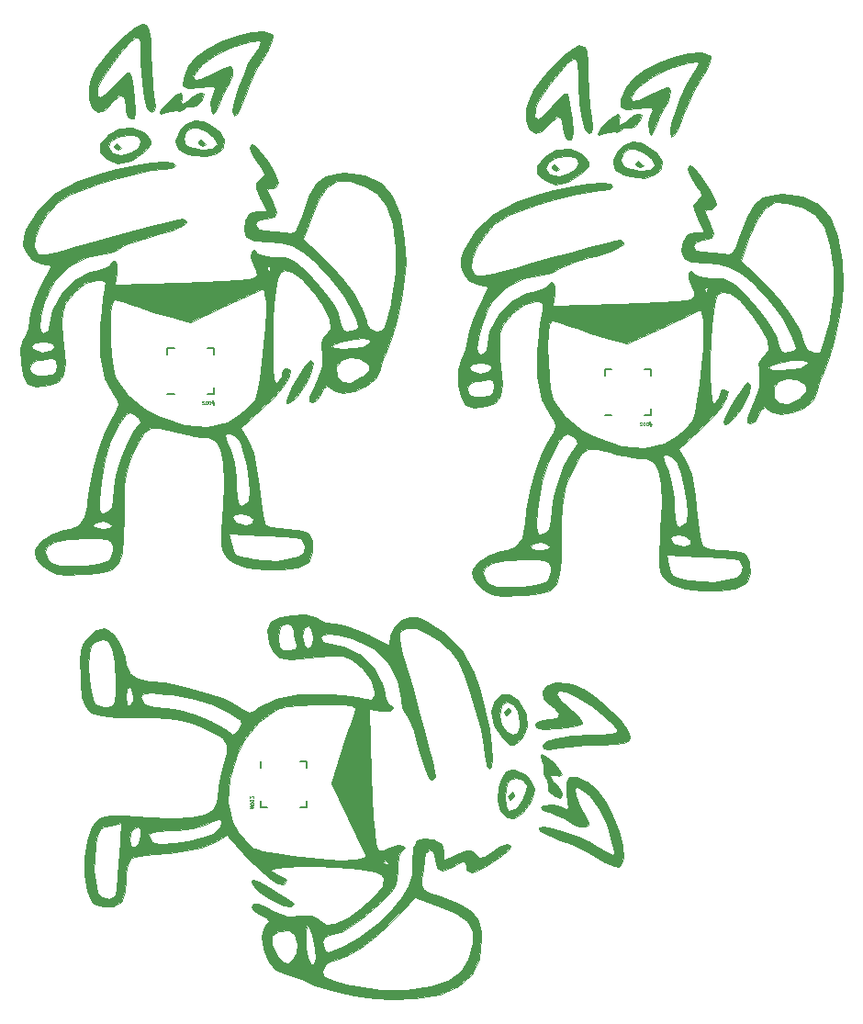
<source format=gbr>
G04 #@! TF.GenerationSoftware,KiCad,Pcbnew,(5.0.0-3-g5ebb6b6)*
G04 #@! TF.CreationDate,2019-09-09T21:31:56-07:00*
G04 #@! TF.ProjectId,panelizedpetr002,70616E656C697A656470657472303032,rev?*
G04 #@! TF.SameCoordinates,Original*
G04 #@! TF.FileFunction,Legend,Bot*
G04 #@! TF.FilePolarity,Positive*
%FSLAX46Y46*%
G04 Gerber Fmt 4.6, Leading zero omitted, Abs format (unit mm)*
G04 Created by KiCad (PCBNEW (5.0.0-3-g5ebb6b6)) date Monday, September 09, 2019 at 09:31:56 PM*
%MOMM*%
%LPD*%
G01*
G04 APERTURE LIST*
%ADD10C,0.075000*%
%ADD11C,0.150000*%
%ADD12C,0.010000*%
G04 APERTURE END LIST*
D10*
X76937342Y-75284814D02*
X76723057Y-75284814D01*
X76851628Y-75156242D02*
X76937342Y-75541957D01*
X76751628Y-75413385D02*
X76965914Y-75413385D01*
X76837342Y-75541957D02*
X76751628Y-75156242D01*
X76565914Y-75184814D02*
X76537342Y-75184814D01*
X76508771Y-75199100D01*
X76494485Y-75213385D01*
X76480200Y-75241957D01*
X76465914Y-75299100D01*
X76465914Y-75370528D01*
X76480200Y-75427671D01*
X76494485Y-75456242D01*
X76508771Y-75470528D01*
X76537342Y-75484814D01*
X76565914Y-75484814D01*
X76594485Y-75470528D01*
X76608771Y-75456242D01*
X76623057Y-75427671D01*
X76637342Y-75370528D01*
X76637342Y-75299100D01*
X76623057Y-75241957D01*
X76608771Y-75213385D01*
X76594485Y-75199100D01*
X76565914Y-75184814D01*
X76280200Y-75184814D02*
X76251628Y-75184814D01*
X76223057Y-75199100D01*
X76208771Y-75213385D01*
X76194485Y-75241957D01*
X76180200Y-75299100D01*
X76180200Y-75370528D01*
X76194485Y-75427671D01*
X76208771Y-75456242D01*
X76223057Y-75470528D01*
X76251628Y-75484814D01*
X76280200Y-75484814D01*
X76308771Y-75470528D01*
X76323057Y-75456242D01*
X76337342Y-75427671D01*
X76351628Y-75370528D01*
X76351628Y-75299100D01*
X76337342Y-75241957D01*
X76323057Y-75213385D01*
X76308771Y-75199100D01*
X76280200Y-75184814D01*
X76065914Y-75213385D02*
X76051628Y-75199100D01*
X76023057Y-75184814D01*
X75951628Y-75184814D01*
X75923057Y-75199100D01*
X75908771Y-75213385D01*
X75894485Y-75241957D01*
X75894485Y-75270528D01*
X75908771Y-75313385D01*
X76080200Y-75484814D01*
X75894485Y-75484814D01*
X117285242Y-77240614D02*
X117070957Y-77240614D01*
X117199528Y-77112042D02*
X117285242Y-77497757D01*
X117099528Y-77369185D02*
X117313814Y-77369185D01*
X117185242Y-77497757D02*
X117099528Y-77112042D01*
X116913814Y-77140614D02*
X116885242Y-77140614D01*
X116856671Y-77154900D01*
X116842385Y-77169185D01*
X116828100Y-77197757D01*
X116813814Y-77254900D01*
X116813814Y-77326328D01*
X116828100Y-77383471D01*
X116842385Y-77412042D01*
X116856671Y-77426328D01*
X116885242Y-77440614D01*
X116913814Y-77440614D01*
X116942385Y-77426328D01*
X116956671Y-77412042D01*
X116970957Y-77383471D01*
X116985242Y-77326328D01*
X116985242Y-77254900D01*
X116970957Y-77197757D01*
X116956671Y-77169185D01*
X116942385Y-77154900D01*
X116913814Y-77140614D01*
X116628100Y-77140614D02*
X116599528Y-77140614D01*
X116570957Y-77154900D01*
X116556671Y-77169185D01*
X116542385Y-77197757D01*
X116528100Y-77254900D01*
X116528100Y-77326328D01*
X116542385Y-77383471D01*
X116556671Y-77412042D01*
X116570957Y-77426328D01*
X116599528Y-77440614D01*
X116628100Y-77440614D01*
X116656671Y-77426328D01*
X116670957Y-77412042D01*
X116685242Y-77383471D01*
X116699528Y-77326328D01*
X116699528Y-77254900D01*
X116685242Y-77197757D01*
X116670957Y-77169185D01*
X116656671Y-77154900D01*
X116628100Y-77140614D01*
X116413814Y-77169185D02*
X116399528Y-77154900D01*
X116370957Y-77140614D01*
X116299528Y-77140614D01*
X116270957Y-77154900D01*
X116256671Y-77169185D01*
X116242385Y-77197757D01*
X116242385Y-77226328D01*
X116256671Y-77269185D01*
X116428100Y-77440614D01*
X116242385Y-77440614D01*
X80493385Y-112687842D02*
X80493385Y-112473557D01*
X80621957Y-112602128D02*
X80236242Y-112687842D01*
X80364814Y-112502128D02*
X80364814Y-112716414D01*
X80236242Y-112587842D02*
X80621957Y-112502128D01*
X80593385Y-112316414D02*
X80593385Y-112287842D01*
X80579100Y-112259271D01*
X80564814Y-112244985D01*
X80536242Y-112230700D01*
X80479100Y-112216414D01*
X80407671Y-112216414D01*
X80350528Y-112230700D01*
X80321957Y-112244985D01*
X80307671Y-112259271D01*
X80293385Y-112287842D01*
X80293385Y-112316414D01*
X80307671Y-112344985D01*
X80321957Y-112359271D01*
X80350528Y-112373557D01*
X80407671Y-112387842D01*
X80479100Y-112387842D01*
X80536242Y-112373557D01*
X80564814Y-112359271D01*
X80579100Y-112344985D01*
X80593385Y-112316414D01*
X80593385Y-112030700D02*
X80593385Y-112002128D01*
X80579100Y-111973557D01*
X80564814Y-111959271D01*
X80536242Y-111944985D01*
X80479100Y-111930700D01*
X80407671Y-111930700D01*
X80350528Y-111944985D01*
X80321957Y-111959271D01*
X80307671Y-111973557D01*
X80293385Y-112002128D01*
X80293385Y-112030700D01*
X80307671Y-112059271D01*
X80321957Y-112073557D01*
X80350528Y-112087842D01*
X80407671Y-112102128D01*
X80479100Y-112102128D01*
X80536242Y-112087842D01*
X80564814Y-112073557D01*
X80579100Y-112059271D01*
X80593385Y-112030700D01*
X80564814Y-111816414D02*
X80579100Y-111802128D01*
X80593385Y-111773557D01*
X80593385Y-111702128D01*
X80579100Y-111673557D01*
X80564814Y-111659271D01*
X80536242Y-111644985D01*
X80507671Y-111644985D01*
X80464814Y-111659271D01*
X80293385Y-111830700D01*
X80293385Y-111644985D01*
D11*
G04 #@! TO.C,REF\002A\002A*
X76928000Y-74527700D02*
X76928000Y-73927700D01*
X72678000Y-70277700D02*
X72678000Y-70877700D01*
X76928000Y-70277700D02*
X76928000Y-70877700D01*
X72678000Y-74527700D02*
X73278000Y-74527700D01*
X72678000Y-70277700D02*
X73278000Y-70277700D01*
X76928000Y-70277700D02*
X76328000Y-70277700D01*
X76928000Y-74527700D02*
X76328000Y-74527700D01*
D12*
G04 #@! TO.C,G\002A\002A\002A*
G36*
X75847222Y-51158422D02*
X76183766Y-51475430D01*
X76200000Y-51532019D01*
X75927058Y-51683544D01*
X75847222Y-51687588D01*
X75508001Y-51416390D01*
X75494444Y-51313991D01*
X75710569Y-51103299D01*
X75847222Y-51158422D01*
X75847222Y-51158422D01*
G37*
X75847222Y-51158422D02*
X76183766Y-51475430D01*
X76200000Y-51532019D01*
X75927058Y-51683544D01*
X75847222Y-51687588D01*
X75508001Y-51416390D01*
X75494444Y-51313991D01*
X75710569Y-51103299D01*
X75847222Y-51158422D01*
G36*
X68086111Y-51511200D02*
X68422655Y-51828208D01*
X68438889Y-51884797D01*
X68165947Y-52036322D01*
X68086111Y-52040366D01*
X67746890Y-51769168D01*
X67733333Y-51666769D01*
X67949458Y-51456077D01*
X68086111Y-51511200D01*
X68086111Y-51511200D01*
G37*
X68086111Y-51511200D02*
X68422655Y-51828208D01*
X68438889Y-51884797D01*
X68165947Y-52036322D01*
X68086111Y-52040366D01*
X67746890Y-51769168D01*
X67733333Y-51666769D01*
X67949458Y-51456077D01*
X68086111Y-51511200D01*
G36*
X82259383Y-41330070D02*
X82379608Y-41466737D01*
X82327430Y-41942813D01*
X81949803Y-42766858D01*
X81593952Y-43353559D01*
X80885724Y-44602144D01*
X80201687Y-46092165D01*
X79906580Y-46871633D01*
X79451792Y-48034874D01*
X79058949Y-48726354D01*
X78780692Y-48881078D01*
X78669665Y-48434051D01*
X78669444Y-48399043D01*
X78808499Y-47618757D01*
X79161816Y-46467425D01*
X79633625Y-45207790D01*
X80128153Y-44102596D01*
X80428305Y-43573700D01*
X81066266Y-42602665D01*
X81300574Y-42096195D01*
X81126198Y-41936699D01*
X80538112Y-42006585D01*
X80362675Y-42039192D01*
X78649136Y-42531393D01*
X77051614Y-43288614D01*
X75817772Y-44183991D01*
X75498225Y-44530963D01*
X75045567Y-45263102D01*
X75151530Y-45580713D01*
X75799700Y-45478098D01*
X76865149Y-45005425D01*
X77759115Y-44568992D01*
X78363895Y-44310041D01*
X78479001Y-44279255D01*
X78661879Y-44553544D01*
X78627823Y-45157464D01*
X78414415Y-45762597D01*
X78290280Y-45928419D01*
X77937048Y-46489491D01*
X77532555Y-47410060D01*
X77436186Y-47674669D01*
X77114161Y-48483601D01*
X76889885Y-48682476D01*
X76710640Y-48401897D01*
X76658189Y-47603798D01*
X76847832Y-46910896D01*
X77051482Y-46393442D01*
X76935405Y-46176996D01*
X76356852Y-46185267D01*
X75659486Y-46275788D01*
X74600692Y-46325629D01*
X74103805Y-46053215D01*
X74128677Y-45382036D01*
X74612155Y-44279921D01*
X75271586Y-43495554D01*
X76339669Y-42736448D01*
X77657819Y-42060037D01*
X79067451Y-41523758D01*
X80409979Y-41185047D01*
X81526818Y-41101339D01*
X82259383Y-41330070D01*
X82259383Y-41330070D01*
G37*
X82259383Y-41330070D02*
X82379608Y-41466737D01*
X82327430Y-41942813D01*
X81949803Y-42766858D01*
X81593952Y-43353559D01*
X80885724Y-44602144D01*
X80201687Y-46092165D01*
X79906580Y-46871633D01*
X79451792Y-48034874D01*
X79058949Y-48726354D01*
X78780692Y-48881078D01*
X78669665Y-48434051D01*
X78669444Y-48399043D01*
X78808499Y-47618757D01*
X79161816Y-46467425D01*
X79633625Y-45207790D01*
X80128153Y-44102596D01*
X80428305Y-43573700D01*
X81066266Y-42602665D01*
X81300574Y-42096195D01*
X81126198Y-41936699D01*
X80538112Y-42006585D01*
X80362675Y-42039192D01*
X78649136Y-42531393D01*
X77051614Y-43288614D01*
X75817772Y-44183991D01*
X75498225Y-44530963D01*
X75045567Y-45263102D01*
X75151530Y-45580713D01*
X75799700Y-45478098D01*
X76865149Y-45005425D01*
X77759115Y-44568992D01*
X78363895Y-44310041D01*
X78479001Y-44279255D01*
X78661879Y-44553544D01*
X78627823Y-45157464D01*
X78414415Y-45762597D01*
X78290280Y-45928419D01*
X77937048Y-46489491D01*
X77532555Y-47410060D01*
X77436186Y-47674669D01*
X77114161Y-48483601D01*
X76889885Y-48682476D01*
X76710640Y-48401897D01*
X76658189Y-47603798D01*
X76847832Y-46910896D01*
X77051482Y-46393442D01*
X76935405Y-46176996D01*
X76356852Y-46185267D01*
X75659486Y-46275788D01*
X74600692Y-46325629D01*
X74103805Y-46053215D01*
X74128677Y-45382036D01*
X74612155Y-44279921D01*
X75271586Y-43495554D01*
X76339669Y-42736448D01*
X77657819Y-42060037D01*
X79067451Y-41523758D01*
X80409979Y-41185047D01*
X81526818Y-41101339D01*
X82259383Y-41330070D01*
G36*
X76039748Y-46875078D02*
X75892836Y-47366088D01*
X75832579Y-47481616D01*
X75346238Y-47983554D01*
X74949520Y-48026190D01*
X74387262Y-48055751D01*
X74238691Y-48193840D01*
X73761557Y-48431254D01*
X73610032Y-48402491D01*
X72978263Y-48425782D01*
X72584027Y-48572671D01*
X72086581Y-48704143D01*
X71966666Y-48586495D01*
X72211591Y-48141729D01*
X72779294Y-47526635D01*
X73419165Y-46982023D01*
X73879230Y-46748700D01*
X74019840Y-47009758D01*
X73955759Y-47277866D01*
X73927895Y-47733152D01*
X74051209Y-47807033D01*
X74501118Y-47566151D01*
X74788888Y-47277866D01*
X75396109Y-46829242D01*
X75726441Y-46748700D01*
X76039748Y-46875078D01*
X76039748Y-46875078D01*
G37*
X76039748Y-46875078D02*
X75892836Y-47366088D01*
X75832579Y-47481616D01*
X75346238Y-47983554D01*
X74949520Y-48026190D01*
X74387262Y-48055751D01*
X74238691Y-48193840D01*
X73761557Y-48431254D01*
X73610032Y-48402491D01*
X72978263Y-48425782D01*
X72584027Y-48572671D01*
X72086581Y-48704143D01*
X71966666Y-48586495D01*
X72211591Y-48141729D01*
X72779294Y-47526635D01*
X73419165Y-46982023D01*
X73879230Y-46748700D01*
X74019840Y-47009758D01*
X73955759Y-47277866D01*
X73927895Y-47733152D01*
X74051209Y-47807033D01*
X74501118Y-47566151D01*
X74788888Y-47277866D01*
X75396109Y-46829242D01*
X75726441Y-46748700D01*
X76039748Y-46875078D01*
G36*
X70424507Y-40457962D02*
X70777352Y-40620696D01*
X70981971Y-41042596D01*
X71079544Y-41879524D01*
X71109234Y-43049720D01*
X71162921Y-44571403D01*
X71277893Y-46050800D01*
X71404826Y-47013283D01*
X71531196Y-47975922D01*
X71432445Y-48421360D01*
X71164869Y-48512589D01*
X70816559Y-48177485D01*
X70530356Y-47240140D01*
X70324472Y-45802501D01*
X70217118Y-43966513D01*
X70205844Y-43143799D01*
X70157634Y-42126648D01*
X69988547Y-41684413D01*
X69693189Y-41674724D01*
X69162134Y-42090697D01*
X68418179Y-42920488D01*
X67606533Y-43969995D01*
X66872404Y-45045117D01*
X66361001Y-45951750D01*
X66227490Y-46307376D01*
X66167075Y-47057806D01*
X66456514Y-47234093D01*
X67047379Y-46844485D01*
X67775219Y-46043807D01*
X68458643Y-45292631D01*
X68982239Y-44895887D01*
X69163862Y-44890233D01*
X69328156Y-45366019D01*
X69498554Y-46312847D01*
X69603367Y-47189672D01*
X69671613Y-48480288D01*
X69554568Y-49124501D01*
X69240157Y-49159872D01*
X69026851Y-48982959D01*
X68839467Y-48476665D01*
X68791666Y-47945445D01*
X68640819Y-47142750D01*
X68243524Y-46985494D01*
X67682648Y-47495133D01*
X67587400Y-47633673D01*
X66872049Y-48383961D01*
X66209727Y-48524116D01*
X65689629Y-48148634D01*
X65400950Y-47352009D01*
X65432884Y-46228737D01*
X65608877Y-45537579D01*
X66075902Y-44601623D01*
X66851503Y-43510935D01*
X67800491Y-42408116D01*
X68787676Y-41435769D01*
X69677867Y-40736494D01*
X70335873Y-40452891D01*
X70424507Y-40457962D01*
X70424507Y-40457962D01*
G37*
X70424507Y-40457962D02*
X70777352Y-40620696D01*
X70981971Y-41042596D01*
X71079544Y-41879524D01*
X71109234Y-43049720D01*
X71162921Y-44571403D01*
X71277893Y-46050800D01*
X71404826Y-47013283D01*
X71531196Y-47975922D01*
X71432445Y-48421360D01*
X71164869Y-48512589D01*
X70816559Y-48177485D01*
X70530356Y-47240140D01*
X70324472Y-45802501D01*
X70217118Y-43966513D01*
X70205844Y-43143799D01*
X70157634Y-42126648D01*
X69988547Y-41684413D01*
X69693189Y-41674724D01*
X69162134Y-42090697D01*
X68418179Y-42920488D01*
X67606533Y-43969995D01*
X66872404Y-45045117D01*
X66361001Y-45951750D01*
X66227490Y-46307376D01*
X66167075Y-47057806D01*
X66456514Y-47234093D01*
X67047379Y-46844485D01*
X67775219Y-46043807D01*
X68458643Y-45292631D01*
X68982239Y-44895887D01*
X69163862Y-44890233D01*
X69328156Y-45366019D01*
X69498554Y-46312847D01*
X69603367Y-47189672D01*
X69671613Y-48480288D01*
X69554568Y-49124501D01*
X69240157Y-49159872D01*
X69026851Y-48982959D01*
X68839467Y-48476665D01*
X68791666Y-47945445D01*
X68640819Y-47142750D01*
X68243524Y-46985494D01*
X67682648Y-47495133D01*
X67587400Y-47633673D01*
X66872049Y-48383961D01*
X66209727Y-48524116D01*
X65689629Y-48148634D01*
X65400950Y-47352009D01*
X65432884Y-46228737D01*
X65608877Y-45537579D01*
X66075902Y-44601623D01*
X66851503Y-43510935D01*
X67800491Y-42408116D01*
X68787676Y-41435769D01*
X69677867Y-40736494D01*
X70335873Y-40452891D01*
X70424507Y-40457962D01*
G36*
X75912735Y-49405988D02*
X76364026Y-49607267D01*
X77435227Y-50347073D01*
X77889624Y-51122220D01*
X77802645Y-51831567D01*
X77249715Y-52373975D01*
X76306262Y-52648304D01*
X75047710Y-52553414D01*
X74327963Y-52337443D01*
X73612561Y-51926145D01*
X73426884Y-51295956D01*
X73446018Y-51045306D01*
X73472509Y-50986908D01*
X74141911Y-50986908D01*
X74330325Y-51576308D01*
X74680068Y-51793215D01*
X75896629Y-51996220D01*
X76804009Y-51933900D01*
X77241211Y-51623360D01*
X77258333Y-51519332D01*
X76959363Y-50920619D01*
X76247611Y-50357144D01*
X75400818Y-50009027D01*
X74894429Y-49986290D01*
X74341979Y-50355471D01*
X74141911Y-50986908D01*
X73472509Y-50986908D01*
X73868688Y-50113558D01*
X74456289Y-49618395D01*
X75215596Y-49305267D01*
X75912735Y-49405988D01*
X75912735Y-49405988D01*
G37*
X75912735Y-49405988D02*
X76364026Y-49607267D01*
X77435227Y-50347073D01*
X77889624Y-51122220D01*
X77802645Y-51831567D01*
X77249715Y-52373975D01*
X76306262Y-52648304D01*
X75047710Y-52553414D01*
X74327963Y-52337443D01*
X73612561Y-51926145D01*
X73426884Y-51295956D01*
X73446018Y-51045306D01*
X73472509Y-50986908D01*
X74141911Y-50986908D01*
X74330325Y-51576308D01*
X74680068Y-51793215D01*
X75896629Y-51996220D01*
X76804009Y-51933900D01*
X77241211Y-51623360D01*
X77258333Y-51519332D01*
X76959363Y-50920619D01*
X76247611Y-50357144D01*
X75400818Y-50009027D01*
X74894429Y-49986290D01*
X74341979Y-50355471D01*
X74141911Y-50986908D01*
X73472509Y-50986908D01*
X73868688Y-50113558D01*
X74456289Y-49618395D01*
X75215596Y-49305267D01*
X75912735Y-49405988D01*
G36*
X70481780Y-50401301D02*
X70744058Y-50642641D01*
X71151879Y-51161310D01*
X71123173Y-51553593D01*
X70618980Y-52106306D01*
X70534151Y-52187934D01*
X69317060Y-53023835D01*
X68106405Y-53252371D01*
X67092630Y-52892751D01*
X66444465Y-52236236D01*
X66445899Y-51775414D01*
X67188560Y-51775414D01*
X67525350Y-52278857D01*
X67616072Y-52334533D01*
X68424404Y-52493517D01*
X69306158Y-52282342D01*
X69986940Y-51810719D01*
X70202777Y-51300300D01*
X70048218Y-50832581D01*
X69465654Y-50646927D01*
X68980467Y-50629255D01*
X68032537Y-50805108D01*
X67396428Y-51235663D01*
X67188560Y-51775414D01*
X66445899Y-51775414D01*
X66446594Y-51552341D01*
X67101423Y-50726027D01*
X67138709Y-50690749D01*
X68222117Y-50066584D01*
X69419448Y-49968994D01*
X70481780Y-50401301D01*
X70481780Y-50401301D01*
G37*
X70481780Y-50401301D02*
X70744058Y-50642641D01*
X71151879Y-51161310D01*
X71123173Y-51553593D01*
X70618980Y-52106306D01*
X70534151Y-52187934D01*
X69317060Y-53023835D01*
X68106405Y-53252371D01*
X67092630Y-52892751D01*
X66444465Y-52236236D01*
X66445899Y-51775414D01*
X67188560Y-51775414D01*
X67525350Y-52278857D01*
X67616072Y-52334533D01*
X68424404Y-52493517D01*
X69306158Y-52282342D01*
X69986940Y-51810719D01*
X70202777Y-51300300D01*
X70048218Y-50832581D01*
X69465654Y-50646927D01*
X68980467Y-50629255D01*
X68032537Y-50805108D01*
X67396428Y-51235663D01*
X67188560Y-51775414D01*
X66445899Y-51775414D01*
X66446594Y-51552341D01*
X67101423Y-50726027D01*
X67138709Y-50690749D01*
X68222117Y-50066584D01*
X69419448Y-49968994D01*
X70481780Y-50401301D01*
G36*
X86073091Y-71704528D02*
X85952619Y-72406593D01*
X85483682Y-73427613D01*
X85191407Y-73919599D01*
X84560726Y-74777256D01*
X84013568Y-75283839D01*
X83668771Y-75347174D01*
X83608333Y-75147495D01*
X83774149Y-74692250D01*
X84188488Y-73896746D01*
X84726684Y-72970142D01*
X85264075Y-72121597D01*
X85675996Y-71560269D01*
X85813194Y-71448227D01*
X86073091Y-71704528D01*
X86073091Y-71704528D01*
G37*
X86073091Y-71704528D02*
X85952619Y-72406593D01*
X85483682Y-73427613D01*
X85191407Y-73919599D01*
X84560726Y-74777256D01*
X84013568Y-75283839D01*
X83668771Y-75347174D01*
X83608333Y-75147495D01*
X83774149Y-74692250D01*
X84188488Y-73896746D01*
X84726684Y-72970142D01*
X85264075Y-72121597D01*
X85675996Y-71560269D01*
X85813194Y-71448227D01*
X86073091Y-71704528D01*
G36*
X80770534Y-51671778D02*
X81311577Y-52265347D01*
X81921933Y-53106565D01*
X82471930Y-54007090D01*
X82831899Y-54778578D01*
X82902777Y-55108044D01*
X82618935Y-55515371D01*
X82373611Y-55568144D01*
X81966321Y-55607597D01*
X81898190Y-55844850D01*
X82166657Y-56458249D01*
X82355556Y-56825442D01*
X82697609Y-57736522D01*
X82506484Y-58229520D01*
X81743722Y-58389411D01*
X81647235Y-58390366D01*
X80953525Y-58578113D01*
X80786111Y-58919533D01*
X81090296Y-59346600D01*
X81623958Y-59448700D01*
X82617449Y-59520478D01*
X83490555Y-59654450D01*
X84084208Y-59728284D01*
X84465432Y-59554789D01*
X84772003Y-58988939D01*
X85127209Y-57931708D01*
X85760267Y-56211895D01*
X86439641Y-55086110D01*
X87277074Y-54445867D01*
X88384307Y-54182677D01*
X89013799Y-54158352D01*
X90872847Y-54380518D01*
X92327320Y-55069386D01*
X93403083Y-56262988D01*
X94125999Y-57999361D01*
X94521934Y-60316540D01*
X94619401Y-62401481D01*
X94516435Y-63966136D01*
X94222134Y-65842909D01*
X93793987Y-67767640D01*
X93289487Y-69476169D01*
X92843531Y-70561200D01*
X92444022Y-71498774D01*
X92243196Y-72276478D01*
X92242747Y-72281584D01*
X91859248Y-73116331D01*
X91008984Y-73815314D01*
X89919500Y-74285066D01*
X88818342Y-74432125D01*
X87933054Y-74163026D01*
X87841936Y-74089222D01*
X87384215Y-73775639D01*
X87073799Y-73993014D01*
X86848629Y-74439326D01*
X86435946Y-75089199D01*
X86085341Y-75323700D01*
X85785326Y-75207956D01*
X85803460Y-74781500D01*
X86160943Y-73925494D01*
X86432011Y-73380566D01*
X86927764Y-72005948D01*
X86926407Y-71904723D01*
X88255692Y-71904723D01*
X88291150Y-72911125D01*
X88777108Y-73457815D01*
X89589502Y-73494579D01*
X90604271Y-72971204D01*
X90701559Y-72894689D01*
X91240859Y-72367023D01*
X91251123Y-71947869D01*
X91035272Y-71641952D01*
X90354624Y-71228447D01*
X89477753Y-71147979D01*
X88686064Y-71373944D01*
X88260960Y-71879740D01*
X88255692Y-71904723D01*
X86926407Y-71904723D01*
X86911323Y-70780057D01*
X86871376Y-70200272D01*
X87769179Y-70200272D01*
X88199774Y-70343272D01*
X88782952Y-70374083D01*
X89851235Y-70331280D01*
X90676882Y-70211597D01*
X90811425Y-70170679D01*
X91374015Y-69831689D01*
X91328510Y-69554811D01*
X90772253Y-69415143D01*
X89904049Y-69470628D01*
X88673639Y-69721785D01*
X87944575Y-69979055D01*
X87769179Y-70200272D01*
X86871376Y-70200272D01*
X86845361Y-69822698D01*
X87150294Y-69239550D01*
X87305414Y-69111646D01*
X87728746Y-68501376D01*
X87636091Y-67619954D01*
X87011100Y-66408823D01*
X86251821Y-65338356D01*
X85100507Y-63987468D01*
X84176244Y-63266348D01*
X83439789Y-63151387D01*
X83032193Y-63401427D01*
X82818714Y-63914914D01*
X82639361Y-64904511D01*
X82497844Y-66231837D01*
X82397877Y-67758511D01*
X82343169Y-69346152D01*
X82337434Y-70856377D01*
X82384383Y-72150806D01*
X82487727Y-73091057D01*
X82651179Y-73538748D01*
X82760479Y-73531518D01*
X83189386Y-72931552D01*
X83255555Y-72634671D01*
X83460619Y-72193623D01*
X83608333Y-72148700D01*
X83992105Y-72362608D01*
X83879003Y-72952460D01*
X83312447Y-73840448D01*
X82335855Y-74948765D01*
X81700366Y-75567754D01*
X79439622Y-77673747D01*
X80120482Y-78749091D01*
X80609395Y-79966489D01*
X80969834Y-81872854D01*
X81093437Y-82989946D01*
X81250235Y-84445234D01*
X81421348Y-85647364D01*
X81578692Y-86411452D01*
X81635808Y-86560412D01*
X82110303Y-86800029D01*
X83027523Y-86945315D01*
X83558597Y-86965366D01*
X84642701Y-87049859D01*
X85454171Y-87263519D01*
X85654444Y-87388700D01*
X85999582Y-88116502D01*
X86046829Y-89066160D01*
X85798605Y-89871719D01*
X85636805Y-90056434D01*
X84620849Y-90521247D01*
X83190645Y-90746676D01*
X81582817Y-90743320D01*
X80033992Y-90521776D01*
X78780793Y-90092642D01*
X78254903Y-89725825D01*
X77948961Y-89367096D01*
X77759796Y-88932971D01*
X77673250Y-88279385D01*
X77674909Y-87396612D01*
X78322918Y-87396612D01*
X78545809Y-88327517D01*
X78710334Y-88989483D01*
X78924657Y-89343060D01*
X79392467Y-89539915D01*
X80317451Y-89731715D01*
X80472810Y-89762382D01*
X82773654Y-89917012D01*
X84754861Y-89561089D01*
X85225186Y-89154710D01*
X85360725Y-88512902D01*
X85126433Y-87972860D01*
X84931250Y-87863874D01*
X84395574Y-87783596D01*
X83346419Y-87688061D01*
X81975151Y-87593691D01*
X81406598Y-87561401D01*
X78322918Y-87396612D01*
X77674909Y-87396612D01*
X77675162Y-87262276D01*
X77745841Y-85848237D01*
X78669444Y-85848237D01*
X78974589Y-86407153D01*
X79875428Y-86611854D01*
X79951891Y-86612589D01*
X80540157Y-86476563D01*
X80560907Y-86083422D01*
X80169389Y-85739020D01*
X79518891Y-85563019D01*
X78916754Y-85593634D01*
X78669444Y-85848237D01*
X77745841Y-85848237D01*
X77751373Y-85737581D01*
X77794175Y-85038228D01*
X77889983Y-82640791D01*
X77823262Y-80863242D01*
X77574721Y-79634606D01*
X77125071Y-78883908D01*
X76455020Y-78540174D01*
X76016771Y-78498700D01*
X75034002Y-78396125D01*
X74944649Y-78377839D01*
X78006339Y-78377839D01*
X78183623Y-78927482D01*
X78493055Y-79679008D01*
X78801798Y-80787023D01*
X78992468Y-82182157D01*
X79022222Y-82897091D01*
X79076632Y-84099763D01*
X79257966Y-84711819D01*
X79513645Y-84848700D01*
X80065067Y-84565479D01*
X80196639Y-84349476D01*
X80268076Y-83627977D01*
X80183304Y-82482404D01*
X79982921Y-81166231D01*
X79707528Y-79932934D01*
X79397725Y-79035988D01*
X79323899Y-78900747D01*
X78803674Y-78322817D01*
X78408196Y-78145922D01*
X78084391Y-78175040D01*
X78006339Y-78377839D01*
X74944649Y-78377839D01*
X73757080Y-78134807D01*
X73062825Y-77948084D01*
X71894256Y-77652734D01*
X71092854Y-77665702D01*
X70492844Y-78081649D01*
X69928447Y-78995236D01*
X69453395Y-80009112D01*
X69074105Y-80955128D01*
X68829328Y-81892922D01*
X68691020Y-83017769D01*
X68631138Y-84524945D01*
X68620981Y-85805403D01*
X68594009Y-87806927D01*
X68466853Y-89213827D01*
X68160052Y-90136728D01*
X67594144Y-90686258D01*
X66689667Y-90973042D01*
X65367160Y-91107708D01*
X64789595Y-91139437D01*
X63403854Y-91183925D01*
X62502373Y-91116319D01*
X61867152Y-90892634D01*
X61280190Y-90468886D01*
X61222663Y-90419761D01*
X60558912Y-89705523D01*
X60424897Y-89071225D01*
X61383333Y-89071225D01*
X61659741Y-89809855D01*
X62000694Y-90135405D01*
X62717180Y-90337081D01*
X63821442Y-90401630D01*
X65080526Y-90346179D01*
X66261481Y-90187856D01*
X67131354Y-89943787D01*
X67427050Y-89736447D01*
X67647812Y-88996794D01*
X67647159Y-88552866D01*
X67511869Y-88157467D01*
X67122907Y-87946367D01*
X66311861Y-87866748D01*
X65440277Y-87860711D01*
X63530535Y-87944694D01*
X62256598Y-88179523D01*
X61561532Y-88582187D01*
X61383333Y-89071225D01*
X60424897Y-89071225D01*
X60422034Y-89057677D01*
X60490179Y-88764574D01*
X61000876Y-88091184D01*
X61940532Y-87471162D01*
X63039283Y-87055100D01*
X63714361Y-86965366D01*
X64469459Y-86649823D01*
X64495873Y-86612589D01*
X65793055Y-86612589D01*
X65932313Y-86861192D01*
X66622848Y-86965040D01*
X66675000Y-86965366D01*
X67392098Y-86871428D01*
X67566303Y-86629379D01*
X67556944Y-86612589D01*
X67057898Y-86313150D01*
X66675000Y-86259811D01*
X66008355Y-86426648D01*
X65793055Y-86612589D01*
X64495873Y-86612589D01*
X65036101Y-85851085D01*
X65252958Y-84848700D01*
X65280335Y-84573711D01*
X66344228Y-84573711D01*
X66382478Y-85248703D01*
X66574902Y-85521844D01*
X66762632Y-85554255D01*
X67346121Y-85267637D01*
X67519201Y-84996236D01*
X67669080Y-84262736D01*
X67733294Y-83268214D01*
X67733333Y-83245407D01*
X67897661Y-82078454D01*
X68320607Y-80628158D01*
X68897109Y-79179861D01*
X69522108Y-78018908D01*
X69784998Y-77673087D01*
X70167572Y-77149232D01*
X70011411Y-76780602D01*
X69681487Y-76520557D01*
X69220629Y-76263833D01*
X68852747Y-76391857D01*
X68395136Y-77005390D01*
X68184405Y-77346169D01*
X67395477Y-78889108D01*
X66860357Y-80591110D01*
X66509805Y-82690253D01*
X66438471Y-83349394D01*
X66344228Y-84573711D01*
X65280335Y-84573711D01*
X65400626Y-83365454D01*
X65763877Y-81571061D01*
X66271623Y-79728284D01*
X66852775Y-78099884D01*
X67357036Y-77071334D01*
X67916853Y-76126546D01*
X68133149Y-75553222D01*
X68037264Y-75125088D01*
X67691792Y-74654447D01*
X66862151Y-73096408D01*
X66443192Y-70998423D01*
X66442507Y-68399621D01*
X66452706Y-68268144D01*
X66462355Y-68166964D01*
X67371539Y-68166964D01*
X67390633Y-69542155D01*
X67472339Y-70918485D01*
X67613029Y-72120907D01*
X67809077Y-72974374D01*
X67878227Y-73136357D01*
X68990988Y-74638926D01*
X70563201Y-75934987D01*
X71790277Y-76596386D01*
X74226894Y-77397499D01*
X76358754Y-77574887D01*
X78211533Y-77128220D01*
X79282068Y-76500304D01*
X80101666Y-75800386D01*
X80677485Y-75153034D01*
X80743948Y-75044777D01*
X80947922Y-74363767D01*
X81164820Y-73165069D01*
X81375056Y-71635804D01*
X81559042Y-69963088D01*
X81697191Y-68334041D01*
X81769914Y-66935781D01*
X81757625Y-65955428D01*
X81721249Y-65708653D01*
X81490454Y-64789094D01*
X78110200Y-66368695D01*
X74729947Y-67948297D01*
X72730945Y-67385778D01*
X71349731Y-66972226D01*
X70013153Y-66532519D01*
X69401888Y-66310979D01*
X68474426Y-65984498D01*
X67819259Y-65808562D01*
X67726194Y-65798700D01*
X67535693Y-66120189D01*
X67418683Y-66967960D01*
X67371539Y-68166964D01*
X66462355Y-68166964D01*
X66586850Y-66861543D01*
X66739346Y-65644097D01*
X66878819Y-64863628D01*
X66888175Y-64828561D01*
X66944450Y-64241279D01*
X66531469Y-64046001D01*
X66214045Y-64034811D01*
X65144276Y-64337160D01*
X64089387Y-65107778D01*
X63276381Y-66142017D01*
X62962119Y-66966493D01*
X62898974Y-67964615D01*
X62966898Y-69282081D01*
X63065068Y-70068965D01*
X63221339Y-71692937D01*
X63055916Y-72778116D01*
X62530798Y-73431719D01*
X61767697Y-73729262D01*
X60540759Y-73872622D01*
X59773505Y-73582716D01*
X59346078Y-72765783D01*
X59244933Y-72148700D01*
X59972222Y-72148700D01*
X60110340Y-72634983D01*
X60649537Y-72831192D01*
X61206944Y-72854255D01*
X62040273Y-72790163D01*
X62381700Y-72493842D01*
X62441666Y-71934567D01*
X62336787Y-71283885D01*
X61962214Y-71201797D01*
X61883647Y-71229012D01*
X61039954Y-71417016D01*
X60648925Y-71443144D01*
X60080119Y-71706389D01*
X59972222Y-72148700D01*
X59244933Y-72148700D01*
X59171043Y-71697900D01*
X59131043Y-70316170D01*
X59185843Y-70111669D01*
X60118906Y-70111669D01*
X60275436Y-70435546D01*
X60410996Y-70503218D01*
X61134315Y-70699401D01*
X61830687Y-70543579D01*
X61881621Y-70524234D01*
X62271620Y-70201262D01*
X62082436Y-69875909D01*
X61425912Y-69688246D01*
X61206944Y-69679255D01*
X60475914Y-69811430D01*
X60118906Y-70111669D01*
X59185843Y-70111669D01*
X59358652Y-69466788D01*
X59479881Y-69298699D01*
X59840229Y-68548591D01*
X59972222Y-67672719D01*
X60131274Y-66779397D01*
X60542647Y-65575659D01*
X60967256Y-64631016D01*
X61962290Y-62658348D01*
X61066578Y-62552829D01*
X60174949Y-62140764D01*
X59655914Y-61525584D01*
X59342932Y-60786492D01*
X59389946Y-60084491D01*
X59634850Y-59411506D01*
X60773555Y-57530266D01*
X62432873Y-55963664D01*
X64445602Y-54869112D01*
X64469212Y-54860235D01*
X66170262Y-54291960D01*
X67940954Y-53815564D01*
X69653498Y-53451255D01*
X71180105Y-53219241D01*
X72392986Y-53139730D01*
X73164350Y-53232930D01*
X73377777Y-53451477D01*
X73068383Y-53687684D01*
X72310712Y-53802225D01*
X72182519Y-53804255D01*
X71182887Y-53919283D01*
X69731826Y-54225438D01*
X68037869Y-54664328D01*
X66309550Y-55177561D01*
X64755401Y-55706745D01*
X63583956Y-56193489D01*
X63500000Y-56235477D01*
X62460619Y-56965280D01*
X61554226Y-57952519D01*
X60851503Y-59053608D01*
X60423134Y-60124960D01*
X60339802Y-61022990D01*
X60672192Y-61604111D01*
X60819912Y-61679795D01*
X61426355Y-61692282D01*
X62418237Y-61511996D01*
X63024773Y-61346575D01*
X64359998Y-60951005D01*
X65988143Y-60488091D01*
X67769433Y-59995231D01*
X69564098Y-59509819D01*
X71232363Y-59069253D01*
X72634456Y-58710929D01*
X73630604Y-58472243D01*
X74073926Y-58390366D01*
X74377191Y-58638815D01*
X74357440Y-58802767D01*
X73975045Y-59073442D01*
X73072173Y-59442167D01*
X71815013Y-59844831D01*
X71253697Y-60000107D01*
X69903218Y-60395868D01*
X68841956Y-60779208D01*
X68235476Y-61087291D01*
X68157368Y-61175206D01*
X67752063Y-61444875D01*
X66947794Y-61564973D01*
X66896740Y-61565366D01*
X65172282Y-61889382D01*
X63557255Y-62766021D01*
X62278405Y-64052175D01*
X61866210Y-64740366D01*
X61298543Y-66112458D01*
X60955841Y-67360166D01*
X60860155Y-68336966D01*
X61033534Y-68896337D01*
X61229123Y-68973700D01*
X61684564Y-68727815D01*
X61738078Y-68532727D01*
X62046730Y-66847257D01*
X62867381Y-65300830D01*
X64064806Y-64063197D01*
X65503778Y-63304107D01*
X65994375Y-63189799D01*
X66867406Y-62971858D01*
X67348137Y-62699601D01*
X67380555Y-62619531D01*
X67654174Y-62287428D01*
X67773373Y-62270922D01*
X68017471Y-62579361D01*
X68004538Y-63372334D01*
X67842885Y-64473747D01*
X73873526Y-64302336D01*
X75902842Y-64230994D01*
X77714551Y-64141667D01*
X79178575Y-64042785D01*
X80164839Y-63942777D01*
X80512801Y-63872085D01*
X80898621Y-63624547D01*
X80887810Y-63219141D01*
X80774193Y-62976477D01*
X81844444Y-62976477D01*
X81973520Y-63266853D01*
X82079629Y-63211663D01*
X82121850Y-62792998D01*
X82079629Y-62741292D01*
X81869903Y-62789718D01*
X81844444Y-62976477D01*
X80774193Y-62976477D01*
X80602289Y-62609326D01*
X80380917Y-61921249D01*
X80414051Y-61406285D01*
X80639894Y-61246323D01*
X80958943Y-61559612D01*
X81419122Y-61779277D01*
X82312585Y-61905913D01*
X82717609Y-61918144D01*
X83510921Y-61956353D01*
X84136956Y-62142781D01*
X84768787Y-62585133D01*
X85579489Y-63391113D01*
X86236146Y-64107724D01*
X87185650Y-65236741D01*
X87940852Y-66283044D01*
X88369942Y-67059627D01*
X88411877Y-67194529D01*
X88661692Y-68217639D01*
X88907016Y-68699590D01*
X89265327Y-68794159D01*
X89583975Y-68728782D01*
X90082106Y-68579215D01*
X90258051Y-68347653D01*
X90133040Y-67837079D01*
X89774460Y-66961097D01*
X88916628Y-65422864D01*
X87653175Y-63780481D01*
X86189901Y-62281900D01*
X85265639Y-61528713D01*
X84173124Y-60864968D01*
X83083110Y-60564966D01*
X81956831Y-60507033D01*
X80654924Y-60414851D01*
X80359810Y-60275150D01*
X85195833Y-60275150D01*
X87334201Y-62323437D01*
X88688188Y-63771238D01*
X89815698Y-65265365D01*
X90618678Y-66654234D01*
X90999076Y-67786263D01*
X91016666Y-68016334D01*
X91308915Y-68511794D01*
X91945274Y-68794070D01*
X92477201Y-68738386D01*
X92664984Y-68365778D01*
X92951245Y-67485766D01*
X93278061Y-66278947D01*
X93318824Y-66114336D01*
X93759105Y-63397975D01*
X93743780Y-61077943D01*
X93439908Y-58845923D01*
X92888031Y-57206494D01*
X92047933Y-56077982D01*
X90951355Y-55406784D01*
X89452475Y-54936435D01*
X88302570Y-54931954D01*
X87397149Y-55452739D01*
X86631724Y-56558185D01*
X85915530Y-58269346D01*
X85195833Y-60275150D01*
X80359810Y-60275150D01*
X79946985Y-60079728D01*
X79738680Y-59413801D01*
X79872841Y-58565966D01*
X80269260Y-57863189D01*
X80963513Y-57684811D01*
X81833029Y-57684811D01*
X81228267Y-56416611D01*
X80865268Y-55577756D01*
X80830922Y-55115889D01*
X81120679Y-54786080D01*
X81196914Y-54729125D01*
X81573702Y-54338515D01*
X81441582Y-53884064D01*
X81252367Y-53616074D01*
X80517621Y-52525376D01*
X80265207Y-51843410D01*
X80428475Y-51514202D01*
X80770534Y-51671778D01*
X80770534Y-51671778D01*
G37*
X80770534Y-51671778D02*
X81311577Y-52265347D01*
X81921933Y-53106565D01*
X82471930Y-54007090D01*
X82831899Y-54778578D01*
X82902777Y-55108044D01*
X82618935Y-55515371D01*
X82373611Y-55568144D01*
X81966321Y-55607597D01*
X81898190Y-55844850D01*
X82166657Y-56458249D01*
X82355556Y-56825442D01*
X82697609Y-57736522D01*
X82506484Y-58229520D01*
X81743722Y-58389411D01*
X81647235Y-58390366D01*
X80953525Y-58578113D01*
X80786111Y-58919533D01*
X81090296Y-59346600D01*
X81623958Y-59448700D01*
X82617449Y-59520478D01*
X83490555Y-59654450D01*
X84084208Y-59728284D01*
X84465432Y-59554789D01*
X84772003Y-58988939D01*
X85127209Y-57931708D01*
X85760267Y-56211895D01*
X86439641Y-55086110D01*
X87277074Y-54445867D01*
X88384307Y-54182677D01*
X89013799Y-54158352D01*
X90872847Y-54380518D01*
X92327320Y-55069386D01*
X93403083Y-56262988D01*
X94125999Y-57999361D01*
X94521934Y-60316540D01*
X94619401Y-62401481D01*
X94516435Y-63966136D01*
X94222134Y-65842909D01*
X93793987Y-67767640D01*
X93289487Y-69476169D01*
X92843531Y-70561200D01*
X92444022Y-71498774D01*
X92243196Y-72276478D01*
X92242747Y-72281584D01*
X91859248Y-73116331D01*
X91008984Y-73815314D01*
X89919500Y-74285066D01*
X88818342Y-74432125D01*
X87933054Y-74163026D01*
X87841936Y-74089222D01*
X87384215Y-73775639D01*
X87073799Y-73993014D01*
X86848629Y-74439326D01*
X86435946Y-75089199D01*
X86085341Y-75323700D01*
X85785326Y-75207956D01*
X85803460Y-74781500D01*
X86160943Y-73925494D01*
X86432011Y-73380566D01*
X86927764Y-72005948D01*
X86926407Y-71904723D01*
X88255692Y-71904723D01*
X88291150Y-72911125D01*
X88777108Y-73457815D01*
X89589502Y-73494579D01*
X90604271Y-72971204D01*
X90701559Y-72894689D01*
X91240859Y-72367023D01*
X91251123Y-71947869D01*
X91035272Y-71641952D01*
X90354624Y-71228447D01*
X89477753Y-71147979D01*
X88686064Y-71373944D01*
X88260960Y-71879740D01*
X88255692Y-71904723D01*
X86926407Y-71904723D01*
X86911323Y-70780057D01*
X86871376Y-70200272D01*
X87769179Y-70200272D01*
X88199774Y-70343272D01*
X88782952Y-70374083D01*
X89851235Y-70331280D01*
X90676882Y-70211597D01*
X90811425Y-70170679D01*
X91374015Y-69831689D01*
X91328510Y-69554811D01*
X90772253Y-69415143D01*
X89904049Y-69470628D01*
X88673639Y-69721785D01*
X87944575Y-69979055D01*
X87769179Y-70200272D01*
X86871376Y-70200272D01*
X86845361Y-69822698D01*
X87150294Y-69239550D01*
X87305414Y-69111646D01*
X87728746Y-68501376D01*
X87636091Y-67619954D01*
X87011100Y-66408823D01*
X86251821Y-65338356D01*
X85100507Y-63987468D01*
X84176244Y-63266348D01*
X83439789Y-63151387D01*
X83032193Y-63401427D01*
X82818714Y-63914914D01*
X82639361Y-64904511D01*
X82497844Y-66231837D01*
X82397877Y-67758511D01*
X82343169Y-69346152D01*
X82337434Y-70856377D01*
X82384383Y-72150806D01*
X82487727Y-73091057D01*
X82651179Y-73538748D01*
X82760479Y-73531518D01*
X83189386Y-72931552D01*
X83255555Y-72634671D01*
X83460619Y-72193623D01*
X83608333Y-72148700D01*
X83992105Y-72362608D01*
X83879003Y-72952460D01*
X83312447Y-73840448D01*
X82335855Y-74948765D01*
X81700366Y-75567754D01*
X79439622Y-77673747D01*
X80120482Y-78749091D01*
X80609395Y-79966489D01*
X80969834Y-81872854D01*
X81093437Y-82989946D01*
X81250235Y-84445234D01*
X81421348Y-85647364D01*
X81578692Y-86411452D01*
X81635808Y-86560412D01*
X82110303Y-86800029D01*
X83027523Y-86945315D01*
X83558597Y-86965366D01*
X84642701Y-87049859D01*
X85454171Y-87263519D01*
X85654444Y-87388700D01*
X85999582Y-88116502D01*
X86046829Y-89066160D01*
X85798605Y-89871719D01*
X85636805Y-90056434D01*
X84620849Y-90521247D01*
X83190645Y-90746676D01*
X81582817Y-90743320D01*
X80033992Y-90521776D01*
X78780793Y-90092642D01*
X78254903Y-89725825D01*
X77948961Y-89367096D01*
X77759796Y-88932971D01*
X77673250Y-88279385D01*
X77674909Y-87396612D01*
X78322918Y-87396612D01*
X78545809Y-88327517D01*
X78710334Y-88989483D01*
X78924657Y-89343060D01*
X79392467Y-89539915D01*
X80317451Y-89731715D01*
X80472810Y-89762382D01*
X82773654Y-89917012D01*
X84754861Y-89561089D01*
X85225186Y-89154710D01*
X85360725Y-88512902D01*
X85126433Y-87972860D01*
X84931250Y-87863874D01*
X84395574Y-87783596D01*
X83346419Y-87688061D01*
X81975151Y-87593691D01*
X81406598Y-87561401D01*
X78322918Y-87396612D01*
X77674909Y-87396612D01*
X77675162Y-87262276D01*
X77745841Y-85848237D01*
X78669444Y-85848237D01*
X78974589Y-86407153D01*
X79875428Y-86611854D01*
X79951891Y-86612589D01*
X80540157Y-86476563D01*
X80560907Y-86083422D01*
X80169389Y-85739020D01*
X79518891Y-85563019D01*
X78916754Y-85593634D01*
X78669444Y-85848237D01*
X77745841Y-85848237D01*
X77751373Y-85737581D01*
X77794175Y-85038228D01*
X77889983Y-82640791D01*
X77823262Y-80863242D01*
X77574721Y-79634606D01*
X77125071Y-78883908D01*
X76455020Y-78540174D01*
X76016771Y-78498700D01*
X75034002Y-78396125D01*
X74944649Y-78377839D01*
X78006339Y-78377839D01*
X78183623Y-78927482D01*
X78493055Y-79679008D01*
X78801798Y-80787023D01*
X78992468Y-82182157D01*
X79022222Y-82897091D01*
X79076632Y-84099763D01*
X79257966Y-84711819D01*
X79513645Y-84848700D01*
X80065067Y-84565479D01*
X80196639Y-84349476D01*
X80268076Y-83627977D01*
X80183304Y-82482404D01*
X79982921Y-81166231D01*
X79707528Y-79932934D01*
X79397725Y-79035988D01*
X79323899Y-78900747D01*
X78803674Y-78322817D01*
X78408196Y-78145922D01*
X78084391Y-78175040D01*
X78006339Y-78377839D01*
X74944649Y-78377839D01*
X73757080Y-78134807D01*
X73062825Y-77948084D01*
X71894256Y-77652734D01*
X71092854Y-77665702D01*
X70492844Y-78081649D01*
X69928447Y-78995236D01*
X69453395Y-80009112D01*
X69074105Y-80955128D01*
X68829328Y-81892922D01*
X68691020Y-83017769D01*
X68631138Y-84524945D01*
X68620981Y-85805403D01*
X68594009Y-87806927D01*
X68466853Y-89213827D01*
X68160052Y-90136728D01*
X67594144Y-90686258D01*
X66689667Y-90973042D01*
X65367160Y-91107708D01*
X64789595Y-91139437D01*
X63403854Y-91183925D01*
X62502373Y-91116319D01*
X61867152Y-90892634D01*
X61280190Y-90468886D01*
X61222663Y-90419761D01*
X60558912Y-89705523D01*
X60424897Y-89071225D01*
X61383333Y-89071225D01*
X61659741Y-89809855D01*
X62000694Y-90135405D01*
X62717180Y-90337081D01*
X63821442Y-90401630D01*
X65080526Y-90346179D01*
X66261481Y-90187856D01*
X67131354Y-89943787D01*
X67427050Y-89736447D01*
X67647812Y-88996794D01*
X67647159Y-88552866D01*
X67511869Y-88157467D01*
X67122907Y-87946367D01*
X66311861Y-87866748D01*
X65440277Y-87860711D01*
X63530535Y-87944694D01*
X62256598Y-88179523D01*
X61561532Y-88582187D01*
X61383333Y-89071225D01*
X60424897Y-89071225D01*
X60422034Y-89057677D01*
X60490179Y-88764574D01*
X61000876Y-88091184D01*
X61940532Y-87471162D01*
X63039283Y-87055100D01*
X63714361Y-86965366D01*
X64469459Y-86649823D01*
X64495873Y-86612589D01*
X65793055Y-86612589D01*
X65932313Y-86861192D01*
X66622848Y-86965040D01*
X66675000Y-86965366D01*
X67392098Y-86871428D01*
X67566303Y-86629379D01*
X67556944Y-86612589D01*
X67057898Y-86313150D01*
X66675000Y-86259811D01*
X66008355Y-86426648D01*
X65793055Y-86612589D01*
X64495873Y-86612589D01*
X65036101Y-85851085D01*
X65252958Y-84848700D01*
X65280335Y-84573711D01*
X66344228Y-84573711D01*
X66382478Y-85248703D01*
X66574902Y-85521844D01*
X66762632Y-85554255D01*
X67346121Y-85267637D01*
X67519201Y-84996236D01*
X67669080Y-84262736D01*
X67733294Y-83268214D01*
X67733333Y-83245407D01*
X67897661Y-82078454D01*
X68320607Y-80628158D01*
X68897109Y-79179861D01*
X69522108Y-78018908D01*
X69784998Y-77673087D01*
X70167572Y-77149232D01*
X70011411Y-76780602D01*
X69681487Y-76520557D01*
X69220629Y-76263833D01*
X68852747Y-76391857D01*
X68395136Y-77005390D01*
X68184405Y-77346169D01*
X67395477Y-78889108D01*
X66860357Y-80591110D01*
X66509805Y-82690253D01*
X66438471Y-83349394D01*
X66344228Y-84573711D01*
X65280335Y-84573711D01*
X65400626Y-83365454D01*
X65763877Y-81571061D01*
X66271623Y-79728284D01*
X66852775Y-78099884D01*
X67357036Y-77071334D01*
X67916853Y-76126546D01*
X68133149Y-75553222D01*
X68037264Y-75125088D01*
X67691792Y-74654447D01*
X66862151Y-73096408D01*
X66443192Y-70998423D01*
X66442507Y-68399621D01*
X66452706Y-68268144D01*
X66462355Y-68166964D01*
X67371539Y-68166964D01*
X67390633Y-69542155D01*
X67472339Y-70918485D01*
X67613029Y-72120907D01*
X67809077Y-72974374D01*
X67878227Y-73136357D01*
X68990988Y-74638926D01*
X70563201Y-75934987D01*
X71790277Y-76596386D01*
X74226894Y-77397499D01*
X76358754Y-77574887D01*
X78211533Y-77128220D01*
X79282068Y-76500304D01*
X80101666Y-75800386D01*
X80677485Y-75153034D01*
X80743948Y-75044777D01*
X80947922Y-74363767D01*
X81164820Y-73165069D01*
X81375056Y-71635804D01*
X81559042Y-69963088D01*
X81697191Y-68334041D01*
X81769914Y-66935781D01*
X81757625Y-65955428D01*
X81721249Y-65708653D01*
X81490454Y-64789094D01*
X78110200Y-66368695D01*
X74729947Y-67948297D01*
X72730945Y-67385778D01*
X71349731Y-66972226D01*
X70013153Y-66532519D01*
X69401888Y-66310979D01*
X68474426Y-65984498D01*
X67819259Y-65808562D01*
X67726194Y-65798700D01*
X67535693Y-66120189D01*
X67418683Y-66967960D01*
X67371539Y-68166964D01*
X66462355Y-68166964D01*
X66586850Y-66861543D01*
X66739346Y-65644097D01*
X66878819Y-64863628D01*
X66888175Y-64828561D01*
X66944450Y-64241279D01*
X66531469Y-64046001D01*
X66214045Y-64034811D01*
X65144276Y-64337160D01*
X64089387Y-65107778D01*
X63276381Y-66142017D01*
X62962119Y-66966493D01*
X62898974Y-67964615D01*
X62966898Y-69282081D01*
X63065068Y-70068965D01*
X63221339Y-71692937D01*
X63055916Y-72778116D01*
X62530798Y-73431719D01*
X61767697Y-73729262D01*
X60540759Y-73872622D01*
X59773505Y-73582716D01*
X59346078Y-72765783D01*
X59244933Y-72148700D01*
X59972222Y-72148700D01*
X60110340Y-72634983D01*
X60649537Y-72831192D01*
X61206944Y-72854255D01*
X62040273Y-72790163D01*
X62381700Y-72493842D01*
X62441666Y-71934567D01*
X62336787Y-71283885D01*
X61962214Y-71201797D01*
X61883647Y-71229012D01*
X61039954Y-71417016D01*
X60648925Y-71443144D01*
X60080119Y-71706389D01*
X59972222Y-72148700D01*
X59244933Y-72148700D01*
X59171043Y-71697900D01*
X59131043Y-70316170D01*
X59185843Y-70111669D01*
X60118906Y-70111669D01*
X60275436Y-70435546D01*
X60410996Y-70503218D01*
X61134315Y-70699401D01*
X61830687Y-70543579D01*
X61881621Y-70524234D01*
X62271620Y-70201262D01*
X62082436Y-69875909D01*
X61425912Y-69688246D01*
X61206944Y-69679255D01*
X60475914Y-69811430D01*
X60118906Y-70111669D01*
X59185843Y-70111669D01*
X59358652Y-69466788D01*
X59479881Y-69298699D01*
X59840229Y-68548591D01*
X59972222Y-67672719D01*
X60131274Y-66779397D01*
X60542647Y-65575659D01*
X60967256Y-64631016D01*
X61962290Y-62658348D01*
X61066578Y-62552829D01*
X60174949Y-62140764D01*
X59655914Y-61525584D01*
X59342932Y-60786492D01*
X59389946Y-60084491D01*
X59634850Y-59411506D01*
X60773555Y-57530266D01*
X62432873Y-55963664D01*
X64445602Y-54869112D01*
X64469212Y-54860235D01*
X66170262Y-54291960D01*
X67940954Y-53815564D01*
X69653498Y-53451255D01*
X71180105Y-53219241D01*
X72392986Y-53139730D01*
X73164350Y-53232930D01*
X73377777Y-53451477D01*
X73068383Y-53687684D01*
X72310712Y-53802225D01*
X72182519Y-53804255D01*
X71182887Y-53919283D01*
X69731826Y-54225438D01*
X68037869Y-54664328D01*
X66309550Y-55177561D01*
X64755401Y-55706745D01*
X63583956Y-56193489D01*
X63500000Y-56235477D01*
X62460619Y-56965280D01*
X61554226Y-57952519D01*
X60851503Y-59053608D01*
X60423134Y-60124960D01*
X60339802Y-61022990D01*
X60672192Y-61604111D01*
X60819912Y-61679795D01*
X61426355Y-61692282D01*
X62418237Y-61511996D01*
X63024773Y-61346575D01*
X64359998Y-60951005D01*
X65988143Y-60488091D01*
X67769433Y-59995231D01*
X69564098Y-59509819D01*
X71232363Y-59069253D01*
X72634456Y-58710929D01*
X73630604Y-58472243D01*
X74073926Y-58390366D01*
X74377191Y-58638815D01*
X74357440Y-58802767D01*
X73975045Y-59073442D01*
X73072173Y-59442167D01*
X71815013Y-59844831D01*
X71253697Y-60000107D01*
X69903218Y-60395868D01*
X68841956Y-60779208D01*
X68235476Y-61087291D01*
X68157368Y-61175206D01*
X67752063Y-61444875D01*
X66947794Y-61564973D01*
X66896740Y-61565366D01*
X65172282Y-61889382D01*
X63557255Y-62766021D01*
X62278405Y-64052175D01*
X61866210Y-64740366D01*
X61298543Y-66112458D01*
X60955841Y-67360166D01*
X60860155Y-68336966D01*
X61033534Y-68896337D01*
X61229123Y-68973700D01*
X61684564Y-68727815D01*
X61738078Y-68532727D01*
X62046730Y-66847257D01*
X62867381Y-65300830D01*
X64064806Y-64063197D01*
X65503778Y-63304107D01*
X65994375Y-63189799D01*
X66867406Y-62971858D01*
X67348137Y-62699601D01*
X67380555Y-62619531D01*
X67654174Y-62287428D01*
X67773373Y-62270922D01*
X68017471Y-62579361D01*
X68004538Y-63372334D01*
X67842885Y-64473747D01*
X73873526Y-64302336D01*
X75902842Y-64230994D01*
X77714551Y-64141667D01*
X79178575Y-64042785D01*
X80164839Y-63942777D01*
X80512801Y-63872085D01*
X80898621Y-63624547D01*
X80887810Y-63219141D01*
X80774193Y-62976477D01*
X81844444Y-62976477D01*
X81973520Y-63266853D01*
X82079629Y-63211663D01*
X82121850Y-62792998D01*
X82079629Y-62741292D01*
X81869903Y-62789718D01*
X81844444Y-62976477D01*
X80774193Y-62976477D01*
X80602289Y-62609326D01*
X80380917Y-61921249D01*
X80414051Y-61406285D01*
X80639894Y-61246323D01*
X80958943Y-61559612D01*
X81419122Y-61779277D01*
X82312585Y-61905913D01*
X82717609Y-61918144D01*
X83510921Y-61956353D01*
X84136956Y-62142781D01*
X84768787Y-62585133D01*
X85579489Y-63391113D01*
X86236146Y-64107724D01*
X87185650Y-65236741D01*
X87940852Y-66283044D01*
X88369942Y-67059627D01*
X88411877Y-67194529D01*
X88661692Y-68217639D01*
X88907016Y-68699590D01*
X89265327Y-68794159D01*
X89583975Y-68728782D01*
X90082106Y-68579215D01*
X90258051Y-68347653D01*
X90133040Y-67837079D01*
X89774460Y-66961097D01*
X88916628Y-65422864D01*
X87653175Y-63780481D01*
X86189901Y-62281900D01*
X85265639Y-61528713D01*
X84173124Y-60864968D01*
X83083110Y-60564966D01*
X81956831Y-60507033D01*
X80654924Y-60414851D01*
X80359810Y-60275150D01*
X85195833Y-60275150D01*
X87334201Y-62323437D01*
X88688188Y-63771238D01*
X89815698Y-65265365D01*
X90618678Y-66654234D01*
X90999076Y-67786263D01*
X91016666Y-68016334D01*
X91308915Y-68511794D01*
X91945274Y-68794070D01*
X92477201Y-68738386D01*
X92664984Y-68365778D01*
X92951245Y-67485766D01*
X93278061Y-66278947D01*
X93318824Y-66114336D01*
X93759105Y-63397975D01*
X93743780Y-61077943D01*
X93439908Y-58845923D01*
X92888031Y-57206494D01*
X92047933Y-56077982D01*
X90951355Y-55406784D01*
X89452475Y-54936435D01*
X88302570Y-54931954D01*
X87397149Y-55452739D01*
X86631724Y-56558185D01*
X85915530Y-58269346D01*
X85195833Y-60275150D01*
X80359810Y-60275150D01*
X79946985Y-60079728D01*
X79738680Y-59413801D01*
X79872841Y-58565966D01*
X80269260Y-57863189D01*
X80963513Y-57684811D01*
X81833029Y-57684811D01*
X81228267Y-56416611D01*
X80865268Y-55577756D01*
X80830922Y-55115889D01*
X81120679Y-54786080D01*
X81196914Y-54729125D01*
X81573702Y-54338515D01*
X81441582Y-53884064D01*
X81252367Y-53616074D01*
X80517621Y-52525376D01*
X80265207Y-51843410D01*
X80428475Y-51514202D01*
X80770534Y-51671778D01*
D11*
G04 #@! TO.C,REF\002A\002A*
X117275900Y-76483500D02*
X117275900Y-75883500D01*
X113025900Y-72233500D02*
X113025900Y-72833500D01*
X117275900Y-72233500D02*
X117275900Y-72833500D01*
X113025900Y-76483500D02*
X113625900Y-76483500D01*
X113025900Y-72233500D02*
X113625900Y-72233500D01*
X117275900Y-72233500D02*
X116675900Y-72233500D01*
X117275900Y-76483500D02*
X116675900Y-76483500D01*
D12*
G04 #@! TO.C,G\002A\002A\002A*
G36*
X116195122Y-53114222D02*
X116531666Y-53431230D01*
X116547900Y-53487819D01*
X116274958Y-53639344D01*
X116195122Y-53643388D01*
X115855901Y-53372190D01*
X115842344Y-53269791D01*
X116058469Y-53059099D01*
X116195122Y-53114222D01*
X116195122Y-53114222D01*
G37*
X116195122Y-53114222D02*
X116531666Y-53431230D01*
X116547900Y-53487819D01*
X116274958Y-53639344D01*
X116195122Y-53643388D01*
X115855901Y-53372190D01*
X115842344Y-53269791D01*
X116058469Y-53059099D01*
X116195122Y-53114222D01*
G36*
X108434011Y-53467000D02*
X108770555Y-53784008D01*
X108786789Y-53840597D01*
X108513847Y-53992122D01*
X108434011Y-53996166D01*
X108094790Y-53724968D01*
X108081233Y-53622569D01*
X108297358Y-53411877D01*
X108434011Y-53467000D01*
X108434011Y-53467000D01*
G37*
X108434011Y-53467000D02*
X108770555Y-53784008D01*
X108786789Y-53840597D01*
X108513847Y-53992122D01*
X108434011Y-53996166D01*
X108094790Y-53724968D01*
X108081233Y-53622569D01*
X108297358Y-53411877D01*
X108434011Y-53467000D01*
G36*
X122607283Y-43285870D02*
X122727508Y-43422537D01*
X122675330Y-43898613D01*
X122297703Y-44722658D01*
X121941852Y-45309359D01*
X121233624Y-46557944D01*
X120549587Y-48047965D01*
X120254480Y-48827433D01*
X119799692Y-49990674D01*
X119406849Y-50682154D01*
X119128592Y-50836878D01*
X119017565Y-50389851D01*
X119017344Y-50354843D01*
X119156399Y-49574557D01*
X119509716Y-48423225D01*
X119981525Y-47163590D01*
X120476053Y-46058396D01*
X120776205Y-45529500D01*
X121414166Y-44558465D01*
X121648474Y-44051995D01*
X121474098Y-43892499D01*
X120886012Y-43962385D01*
X120710575Y-43994992D01*
X118997036Y-44487193D01*
X117399514Y-45244414D01*
X116165672Y-46139791D01*
X115846125Y-46486763D01*
X115393467Y-47218902D01*
X115499430Y-47536513D01*
X116147600Y-47433898D01*
X117213049Y-46961225D01*
X118107015Y-46524792D01*
X118711795Y-46265841D01*
X118826901Y-46235055D01*
X119009779Y-46509344D01*
X118975723Y-47113264D01*
X118762315Y-47718397D01*
X118638180Y-47884219D01*
X118284948Y-48445291D01*
X117880455Y-49365860D01*
X117784086Y-49630469D01*
X117462061Y-50439401D01*
X117237785Y-50638276D01*
X117058540Y-50357697D01*
X117006089Y-49559598D01*
X117195732Y-48866696D01*
X117399382Y-48349242D01*
X117283305Y-48132796D01*
X116704752Y-48141067D01*
X116007386Y-48231588D01*
X114948592Y-48281429D01*
X114451705Y-48009015D01*
X114476577Y-47337836D01*
X114960055Y-46235721D01*
X115619486Y-45451354D01*
X116687569Y-44692248D01*
X118005719Y-44015837D01*
X119415351Y-43479558D01*
X120757879Y-43140847D01*
X121874718Y-43057139D01*
X122607283Y-43285870D01*
X122607283Y-43285870D01*
G37*
X122607283Y-43285870D02*
X122727508Y-43422537D01*
X122675330Y-43898613D01*
X122297703Y-44722658D01*
X121941852Y-45309359D01*
X121233624Y-46557944D01*
X120549587Y-48047965D01*
X120254480Y-48827433D01*
X119799692Y-49990674D01*
X119406849Y-50682154D01*
X119128592Y-50836878D01*
X119017565Y-50389851D01*
X119017344Y-50354843D01*
X119156399Y-49574557D01*
X119509716Y-48423225D01*
X119981525Y-47163590D01*
X120476053Y-46058396D01*
X120776205Y-45529500D01*
X121414166Y-44558465D01*
X121648474Y-44051995D01*
X121474098Y-43892499D01*
X120886012Y-43962385D01*
X120710575Y-43994992D01*
X118997036Y-44487193D01*
X117399514Y-45244414D01*
X116165672Y-46139791D01*
X115846125Y-46486763D01*
X115393467Y-47218902D01*
X115499430Y-47536513D01*
X116147600Y-47433898D01*
X117213049Y-46961225D01*
X118107015Y-46524792D01*
X118711795Y-46265841D01*
X118826901Y-46235055D01*
X119009779Y-46509344D01*
X118975723Y-47113264D01*
X118762315Y-47718397D01*
X118638180Y-47884219D01*
X118284948Y-48445291D01*
X117880455Y-49365860D01*
X117784086Y-49630469D01*
X117462061Y-50439401D01*
X117237785Y-50638276D01*
X117058540Y-50357697D01*
X117006089Y-49559598D01*
X117195732Y-48866696D01*
X117399382Y-48349242D01*
X117283305Y-48132796D01*
X116704752Y-48141067D01*
X116007386Y-48231588D01*
X114948592Y-48281429D01*
X114451705Y-48009015D01*
X114476577Y-47337836D01*
X114960055Y-46235721D01*
X115619486Y-45451354D01*
X116687569Y-44692248D01*
X118005719Y-44015837D01*
X119415351Y-43479558D01*
X120757879Y-43140847D01*
X121874718Y-43057139D01*
X122607283Y-43285870D01*
G36*
X116387648Y-48830878D02*
X116240736Y-49321888D01*
X116180479Y-49437416D01*
X115694138Y-49939354D01*
X115297420Y-49981990D01*
X114735162Y-50011551D01*
X114586591Y-50149640D01*
X114109457Y-50387054D01*
X113957932Y-50358291D01*
X113326163Y-50381582D01*
X112931927Y-50528471D01*
X112434481Y-50659943D01*
X112314566Y-50542295D01*
X112559491Y-50097529D01*
X113127194Y-49482435D01*
X113767065Y-48937823D01*
X114227130Y-48704500D01*
X114367740Y-48965558D01*
X114303659Y-49233666D01*
X114275795Y-49688952D01*
X114399109Y-49762833D01*
X114849018Y-49521951D01*
X115136788Y-49233666D01*
X115744009Y-48785042D01*
X116074341Y-48704500D01*
X116387648Y-48830878D01*
X116387648Y-48830878D01*
G37*
X116387648Y-48830878D02*
X116240736Y-49321888D01*
X116180479Y-49437416D01*
X115694138Y-49939354D01*
X115297420Y-49981990D01*
X114735162Y-50011551D01*
X114586591Y-50149640D01*
X114109457Y-50387054D01*
X113957932Y-50358291D01*
X113326163Y-50381582D01*
X112931927Y-50528471D01*
X112434481Y-50659943D01*
X112314566Y-50542295D01*
X112559491Y-50097529D01*
X113127194Y-49482435D01*
X113767065Y-48937823D01*
X114227130Y-48704500D01*
X114367740Y-48965558D01*
X114303659Y-49233666D01*
X114275795Y-49688952D01*
X114399109Y-49762833D01*
X114849018Y-49521951D01*
X115136788Y-49233666D01*
X115744009Y-48785042D01*
X116074341Y-48704500D01*
X116387648Y-48830878D01*
G36*
X110772407Y-42413762D02*
X111125252Y-42576496D01*
X111329871Y-42998396D01*
X111427444Y-43835324D01*
X111457134Y-45005520D01*
X111510821Y-46527203D01*
X111625793Y-48006600D01*
X111752726Y-48969083D01*
X111879096Y-49931722D01*
X111780345Y-50377160D01*
X111512769Y-50468389D01*
X111164459Y-50133285D01*
X110878256Y-49195940D01*
X110672372Y-47758301D01*
X110565018Y-45922313D01*
X110553744Y-45099599D01*
X110505534Y-44082448D01*
X110336447Y-43640213D01*
X110041089Y-43630524D01*
X109510034Y-44046497D01*
X108766079Y-44876288D01*
X107954433Y-45925795D01*
X107220304Y-47000917D01*
X106708901Y-47907550D01*
X106575390Y-48263176D01*
X106514975Y-49013606D01*
X106804414Y-49189893D01*
X107395279Y-48800285D01*
X108123119Y-47999607D01*
X108806543Y-47248431D01*
X109330139Y-46851687D01*
X109511762Y-46846033D01*
X109676056Y-47321819D01*
X109846454Y-48268647D01*
X109951267Y-49145472D01*
X110019513Y-50436088D01*
X109902468Y-51080301D01*
X109588057Y-51115672D01*
X109374751Y-50938759D01*
X109187367Y-50432465D01*
X109139566Y-49901245D01*
X108988719Y-49098550D01*
X108591424Y-48941294D01*
X108030548Y-49450933D01*
X107935300Y-49589473D01*
X107219949Y-50339761D01*
X106557627Y-50479916D01*
X106037529Y-50104434D01*
X105748850Y-49307809D01*
X105780784Y-48184537D01*
X105956777Y-47493379D01*
X106423802Y-46557423D01*
X107199403Y-45466735D01*
X108148391Y-44363916D01*
X109135576Y-43391569D01*
X110025767Y-42692294D01*
X110683773Y-42408691D01*
X110772407Y-42413762D01*
X110772407Y-42413762D01*
G37*
X110772407Y-42413762D02*
X111125252Y-42576496D01*
X111329871Y-42998396D01*
X111427444Y-43835324D01*
X111457134Y-45005520D01*
X111510821Y-46527203D01*
X111625793Y-48006600D01*
X111752726Y-48969083D01*
X111879096Y-49931722D01*
X111780345Y-50377160D01*
X111512769Y-50468389D01*
X111164459Y-50133285D01*
X110878256Y-49195940D01*
X110672372Y-47758301D01*
X110565018Y-45922313D01*
X110553744Y-45099599D01*
X110505534Y-44082448D01*
X110336447Y-43640213D01*
X110041089Y-43630524D01*
X109510034Y-44046497D01*
X108766079Y-44876288D01*
X107954433Y-45925795D01*
X107220304Y-47000917D01*
X106708901Y-47907550D01*
X106575390Y-48263176D01*
X106514975Y-49013606D01*
X106804414Y-49189893D01*
X107395279Y-48800285D01*
X108123119Y-47999607D01*
X108806543Y-47248431D01*
X109330139Y-46851687D01*
X109511762Y-46846033D01*
X109676056Y-47321819D01*
X109846454Y-48268647D01*
X109951267Y-49145472D01*
X110019513Y-50436088D01*
X109902468Y-51080301D01*
X109588057Y-51115672D01*
X109374751Y-50938759D01*
X109187367Y-50432465D01*
X109139566Y-49901245D01*
X108988719Y-49098550D01*
X108591424Y-48941294D01*
X108030548Y-49450933D01*
X107935300Y-49589473D01*
X107219949Y-50339761D01*
X106557627Y-50479916D01*
X106037529Y-50104434D01*
X105748850Y-49307809D01*
X105780784Y-48184537D01*
X105956777Y-47493379D01*
X106423802Y-46557423D01*
X107199403Y-45466735D01*
X108148391Y-44363916D01*
X109135576Y-43391569D01*
X110025767Y-42692294D01*
X110683773Y-42408691D01*
X110772407Y-42413762D01*
G36*
X116260635Y-51361788D02*
X116711926Y-51563067D01*
X117783127Y-52302873D01*
X118237524Y-53078020D01*
X118150545Y-53787367D01*
X117597615Y-54329775D01*
X116654162Y-54604104D01*
X115395610Y-54509214D01*
X114675863Y-54293243D01*
X113960461Y-53881945D01*
X113774784Y-53251756D01*
X113793918Y-53001106D01*
X113820409Y-52942708D01*
X114489811Y-52942708D01*
X114678225Y-53532108D01*
X115027968Y-53749015D01*
X116244529Y-53952020D01*
X117151909Y-53889700D01*
X117589111Y-53579160D01*
X117606233Y-53475132D01*
X117307263Y-52876419D01*
X116595511Y-52312944D01*
X115748718Y-51964827D01*
X115242329Y-51942090D01*
X114689879Y-52311271D01*
X114489811Y-52942708D01*
X113820409Y-52942708D01*
X114216588Y-52069358D01*
X114804189Y-51574195D01*
X115563496Y-51261067D01*
X116260635Y-51361788D01*
X116260635Y-51361788D01*
G37*
X116260635Y-51361788D02*
X116711926Y-51563067D01*
X117783127Y-52302873D01*
X118237524Y-53078020D01*
X118150545Y-53787367D01*
X117597615Y-54329775D01*
X116654162Y-54604104D01*
X115395610Y-54509214D01*
X114675863Y-54293243D01*
X113960461Y-53881945D01*
X113774784Y-53251756D01*
X113793918Y-53001106D01*
X113820409Y-52942708D01*
X114489811Y-52942708D01*
X114678225Y-53532108D01*
X115027968Y-53749015D01*
X116244529Y-53952020D01*
X117151909Y-53889700D01*
X117589111Y-53579160D01*
X117606233Y-53475132D01*
X117307263Y-52876419D01*
X116595511Y-52312944D01*
X115748718Y-51964827D01*
X115242329Y-51942090D01*
X114689879Y-52311271D01*
X114489811Y-52942708D01*
X113820409Y-52942708D01*
X114216588Y-52069358D01*
X114804189Y-51574195D01*
X115563496Y-51261067D01*
X116260635Y-51361788D01*
G36*
X110829680Y-52357101D02*
X111091958Y-52598441D01*
X111499779Y-53117110D01*
X111471073Y-53509393D01*
X110966880Y-54062106D01*
X110882051Y-54143734D01*
X109664960Y-54979635D01*
X108454305Y-55208171D01*
X107440530Y-54848551D01*
X106792365Y-54192036D01*
X106793799Y-53731214D01*
X107536460Y-53731214D01*
X107873250Y-54234657D01*
X107963972Y-54290333D01*
X108772304Y-54449317D01*
X109654058Y-54238142D01*
X110334840Y-53766519D01*
X110550677Y-53256100D01*
X110396118Y-52788381D01*
X109813554Y-52602727D01*
X109328367Y-52585055D01*
X108380437Y-52760908D01*
X107744328Y-53191463D01*
X107536460Y-53731214D01*
X106793799Y-53731214D01*
X106794494Y-53508141D01*
X107449323Y-52681827D01*
X107486609Y-52646549D01*
X108570017Y-52022384D01*
X109767348Y-51924794D01*
X110829680Y-52357101D01*
X110829680Y-52357101D01*
G37*
X110829680Y-52357101D02*
X111091958Y-52598441D01*
X111499779Y-53117110D01*
X111471073Y-53509393D01*
X110966880Y-54062106D01*
X110882051Y-54143734D01*
X109664960Y-54979635D01*
X108454305Y-55208171D01*
X107440530Y-54848551D01*
X106792365Y-54192036D01*
X106793799Y-53731214D01*
X107536460Y-53731214D01*
X107873250Y-54234657D01*
X107963972Y-54290333D01*
X108772304Y-54449317D01*
X109654058Y-54238142D01*
X110334840Y-53766519D01*
X110550677Y-53256100D01*
X110396118Y-52788381D01*
X109813554Y-52602727D01*
X109328367Y-52585055D01*
X108380437Y-52760908D01*
X107744328Y-53191463D01*
X107536460Y-53731214D01*
X106793799Y-53731214D01*
X106794494Y-53508141D01*
X107449323Y-52681827D01*
X107486609Y-52646549D01*
X108570017Y-52022384D01*
X109767348Y-51924794D01*
X110829680Y-52357101D01*
G36*
X126420991Y-73660328D02*
X126300519Y-74362393D01*
X125831582Y-75383413D01*
X125539307Y-75875399D01*
X124908626Y-76733056D01*
X124361468Y-77239639D01*
X124016671Y-77302974D01*
X123956233Y-77103295D01*
X124122049Y-76648050D01*
X124536388Y-75852546D01*
X125074584Y-74925942D01*
X125611975Y-74077397D01*
X126023896Y-73516069D01*
X126161094Y-73404027D01*
X126420991Y-73660328D01*
X126420991Y-73660328D01*
G37*
X126420991Y-73660328D02*
X126300519Y-74362393D01*
X125831582Y-75383413D01*
X125539307Y-75875399D01*
X124908626Y-76733056D01*
X124361468Y-77239639D01*
X124016671Y-77302974D01*
X123956233Y-77103295D01*
X124122049Y-76648050D01*
X124536388Y-75852546D01*
X125074584Y-74925942D01*
X125611975Y-74077397D01*
X126023896Y-73516069D01*
X126161094Y-73404027D01*
X126420991Y-73660328D01*
G36*
X121118434Y-53627578D02*
X121659477Y-54221147D01*
X122269833Y-55062365D01*
X122819830Y-55962890D01*
X123179799Y-56734378D01*
X123250677Y-57063844D01*
X122966835Y-57471171D01*
X122721511Y-57523944D01*
X122314221Y-57563397D01*
X122246090Y-57800650D01*
X122514557Y-58414049D01*
X122703456Y-58781242D01*
X123045509Y-59692322D01*
X122854384Y-60185320D01*
X122091622Y-60345211D01*
X121995135Y-60346166D01*
X121301425Y-60533913D01*
X121134011Y-60875333D01*
X121438196Y-61302400D01*
X121971858Y-61404500D01*
X122965349Y-61476278D01*
X123838455Y-61610250D01*
X124432108Y-61684084D01*
X124813332Y-61510589D01*
X125119903Y-60944739D01*
X125475109Y-59887508D01*
X126108167Y-58167695D01*
X126787541Y-57041910D01*
X127624974Y-56401667D01*
X128732207Y-56138477D01*
X129361699Y-56114152D01*
X131220747Y-56336318D01*
X132675220Y-57025186D01*
X133750983Y-58218788D01*
X134473899Y-59955161D01*
X134869834Y-62272340D01*
X134967301Y-64357281D01*
X134864335Y-65921936D01*
X134570034Y-67798709D01*
X134141887Y-69723440D01*
X133637387Y-71431969D01*
X133191431Y-72517000D01*
X132791922Y-73454574D01*
X132591096Y-74232278D01*
X132590647Y-74237384D01*
X132207148Y-75072131D01*
X131356884Y-75771114D01*
X130267400Y-76240866D01*
X129166242Y-76387925D01*
X128280954Y-76118826D01*
X128189836Y-76045022D01*
X127732115Y-75731439D01*
X127421699Y-75948814D01*
X127196529Y-76395126D01*
X126783846Y-77044999D01*
X126433241Y-77279500D01*
X126133226Y-77163756D01*
X126151360Y-76737300D01*
X126508843Y-75881294D01*
X126779911Y-75336366D01*
X127275664Y-73961748D01*
X127274307Y-73860523D01*
X128603592Y-73860523D01*
X128639050Y-74866925D01*
X129125008Y-75413615D01*
X129937402Y-75450379D01*
X130952171Y-74927004D01*
X131049459Y-74850489D01*
X131588759Y-74322823D01*
X131599023Y-73903669D01*
X131383172Y-73597752D01*
X130702524Y-73184247D01*
X129825653Y-73103779D01*
X129033964Y-73329744D01*
X128608860Y-73835540D01*
X128603592Y-73860523D01*
X127274307Y-73860523D01*
X127259223Y-72735857D01*
X127219276Y-72156072D01*
X128117079Y-72156072D01*
X128547674Y-72299072D01*
X129130852Y-72329883D01*
X130199135Y-72287080D01*
X131024782Y-72167397D01*
X131159325Y-72126479D01*
X131721915Y-71787489D01*
X131676410Y-71510611D01*
X131120153Y-71370943D01*
X130251949Y-71426428D01*
X129021539Y-71677585D01*
X128292475Y-71934855D01*
X128117079Y-72156072D01*
X127219276Y-72156072D01*
X127193261Y-71778498D01*
X127498194Y-71195350D01*
X127653314Y-71067446D01*
X128076646Y-70457176D01*
X127983991Y-69575754D01*
X127359000Y-68364623D01*
X126599721Y-67294156D01*
X125448407Y-65943268D01*
X124524144Y-65222148D01*
X123787689Y-65107187D01*
X123380093Y-65357227D01*
X123166614Y-65870714D01*
X122987261Y-66860311D01*
X122845744Y-68187637D01*
X122745777Y-69714311D01*
X122691069Y-71301952D01*
X122685334Y-72812177D01*
X122732283Y-74106606D01*
X122835627Y-75046857D01*
X122999079Y-75494548D01*
X123108379Y-75487318D01*
X123537286Y-74887352D01*
X123603455Y-74590471D01*
X123808519Y-74149423D01*
X123956233Y-74104500D01*
X124340005Y-74318408D01*
X124226903Y-74908260D01*
X123660347Y-75796248D01*
X122683755Y-76904565D01*
X122048266Y-77523554D01*
X119787522Y-79629547D01*
X120468382Y-80704891D01*
X120957295Y-81922289D01*
X121317734Y-83828654D01*
X121441337Y-84945746D01*
X121598135Y-86401034D01*
X121769248Y-87603164D01*
X121926592Y-88367252D01*
X121983708Y-88516212D01*
X122458203Y-88755829D01*
X123375423Y-88901115D01*
X123906497Y-88921166D01*
X124990601Y-89005659D01*
X125802071Y-89219319D01*
X126002344Y-89344500D01*
X126347482Y-90072302D01*
X126394729Y-91021960D01*
X126146505Y-91827519D01*
X125984705Y-92012234D01*
X124968749Y-92477047D01*
X123538545Y-92702476D01*
X121930717Y-92699120D01*
X120381892Y-92477576D01*
X119128693Y-92048442D01*
X118602803Y-91681625D01*
X118296861Y-91322896D01*
X118107696Y-90888771D01*
X118021150Y-90235185D01*
X118022809Y-89352412D01*
X118670818Y-89352412D01*
X118893709Y-90283317D01*
X119058234Y-90945283D01*
X119272557Y-91298860D01*
X119740367Y-91495715D01*
X120665351Y-91687515D01*
X120820710Y-91718182D01*
X123121554Y-91872812D01*
X125102761Y-91516889D01*
X125573086Y-91110510D01*
X125708625Y-90468702D01*
X125474333Y-89928660D01*
X125279150Y-89819674D01*
X124743474Y-89739396D01*
X123694319Y-89643861D01*
X122323051Y-89549491D01*
X121754498Y-89517201D01*
X118670818Y-89352412D01*
X118022809Y-89352412D01*
X118023062Y-89218076D01*
X118093741Y-87804037D01*
X119017344Y-87804037D01*
X119322489Y-88362953D01*
X120223328Y-88567654D01*
X120299791Y-88568389D01*
X120888057Y-88432363D01*
X120908807Y-88039222D01*
X120517289Y-87694820D01*
X119866791Y-87518819D01*
X119264654Y-87549434D01*
X119017344Y-87804037D01*
X118093741Y-87804037D01*
X118099273Y-87693381D01*
X118142075Y-86994028D01*
X118237883Y-84596591D01*
X118171162Y-82819042D01*
X117922621Y-81590406D01*
X117472971Y-80839708D01*
X116802920Y-80495974D01*
X116364671Y-80454500D01*
X115381902Y-80351925D01*
X115292549Y-80333639D01*
X118354239Y-80333639D01*
X118531523Y-80883282D01*
X118840955Y-81634808D01*
X119149698Y-82742823D01*
X119340368Y-84137957D01*
X119370122Y-84852891D01*
X119424532Y-86055563D01*
X119605866Y-86667619D01*
X119861545Y-86804500D01*
X120412967Y-86521279D01*
X120544539Y-86305276D01*
X120615976Y-85583777D01*
X120531204Y-84438204D01*
X120330821Y-83122031D01*
X120055428Y-81888734D01*
X119745625Y-80991788D01*
X119671799Y-80856547D01*
X119151574Y-80278617D01*
X118756096Y-80101722D01*
X118432291Y-80130840D01*
X118354239Y-80333639D01*
X115292549Y-80333639D01*
X114104980Y-80090607D01*
X113410725Y-79903884D01*
X112242156Y-79608534D01*
X111440754Y-79621502D01*
X110840744Y-80037449D01*
X110276347Y-80951036D01*
X109801295Y-81964912D01*
X109422005Y-82910928D01*
X109177228Y-83848722D01*
X109038920Y-84973569D01*
X108979038Y-86480745D01*
X108968881Y-87761203D01*
X108941909Y-89762727D01*
X108814753Y-91169627D01*
X108507952Y-92092528D01*
X107942044Y-92642058D01*
X107037567Y-92928842D01*
X105715060Y-93063508D01*
X105137495Y-93095237D01*
X103751754Y-93139725D01*
X102850273Y-93072119D01*
X102215052Y-92848434D01*
X101628090Y-92424686D01*
X101570563Y-92375561D01*
X100906812Y-91661323D01*
X100772797Y-91027025D01*
X101731233Y-91027025D01*
X102007641Y-91765655D01*
X102348594Y-92091205D01*
X103065080Y-92292881D01*
X104169342Y-92357430D01*
X105428426Y-92301979D01*
X106609381Y-92143656D01*
X107479254Y-91899587D01*
X107774950Y-91692247D01*
X107995712Y-90952594D01*
X107995059Y-90508666D01*
X107859769Y-90113267D01*
X107470807Y-89902167D01*
X106659761Y-89822548D01*
X105788177Y-89816511D01*
X103878435Y-89900494D01*
X102604498Y-90135323D01*
X101909432Y-90537987D01*
X101731233Y-91027025D01*
X100772797Y-91027025D01*
X100769934Y-91013477D01*
X100838079Y-90720374D01*
X101348776Y-90046984D01*
X102288432Y-89426962D01*
X103387183Y-89010900D01*
X104062261Y-88921166D01*
X104817359Y-88605623D01*
X104843773Y-88568389D01*
X106140955Y-88568389D01*
X106280213Y-88816992D01*
X106970748Y-88920840D01*
X107022900Y-88921166D01*
X107739998Y-88827228D01*
X107914203Y-88585179D01*
X107904844Y-88568389D01*
X107405798Y-88268950D01*
X107022900Y-88215611D01*
X106356255Y-88382448D01*
X106140955Y-88568389D01*
X104843773Y-88568389D01*
X105384001Y-87806885D01*
X105600858Y-86804500D01*
X105628235Y-86529511D01*
X106692128Y-86529511D01*
X106730378Y-87204503D01*
X106922802Y-87477644D01*
X107110532Y-87510055D01*
X107694021Y-87223437D01*
X107867101Y-86952036D01*
X108016980Y-86218536D01*
X108081194Y-85224014D01*
X108081233Y-85201207D01*
X108245561Y-84034254D01*
X108668507Y-82583958D01*
X109245009Y-81135661D01*
X109870008Y-79974708D01*
X110132898Y-79628887D01*
X110515472Y-79105032D01*
X110359311Y-78736402D01*
X110029387Y-78476357D01*
X109568529Y-78219633D01*
X109200647Y-78347657D01*
X108743036Y-78961190D01*
X108532305Y-79301969D01*
X107743377Y-80844908D01*
X107208257Y-82546910D01*
X106857705Y-84646053D01*
X106786371Y-85305194D01*
X106692128Y-86529511D01*
X105628235Y-86529511D01*
X105748526Y-85321254D01*
X106111777Y-83526861D01*
X106619523Y-81684084D01*
X107200675Y-80055684D01*
X107704936Y-79027134D01*
X108264753Y-78082346D01*
X108481049Y-77509022D01*
X108385164Y-77080888D01*
X108039692Y-76610247D01*
X107210051Y-75052208D01*
X106791092Y-72954223D01*
X106790407Y-70355421D01*
X106800606Y-70223944D01*
X106810255Y-70122764D01*
X107719439Y-70122764D01*
X107738533Y-71497955D01*
X107820239Y-72874285D01*
X107960929Y-74076707D01*
X108156977Y-74930174D01*
X108226127Y-75092157D01*
X109338888Y-76594726D01*
X110911101Y-77890787D01*
X112138177Y-78552186D01*
X114574794Y-79353299D01*
X116706654Y-79530687D01*
X118559433Y-79084020D01*
X119629968Y-78456104D01*
X120449566Y-77756186D01*
X121025385Y-77108834D01*
X121091848Y-77000577D01*
X121295822Y-76319567D01*
X121512720Y-75120869D01*
X121722956Y-73591604D01*
X121906942Y-71918888D01*
X122045091Y-70289841D01*
X122117814Y-68891581D01*
X122105525Y-67911228D01*
X122069149Y-67664453D01*
X121838354Y-66744894D01*
X118458100Y-68324495D01*
X115077847Y-69904097D01*
X113078845Y-69341578D01*
X111697631Y-68928026D01*
X110361053Y-68488319D01*
X109749788Y-68266779D01*
X108822326Y-67940298D01*
X108167159Y-67764362D01*
X108074094Y-67754500D01*
X107883593Y-68075989D01*
X107766583Y-68923760D01*
X107719439Y-70122764D01*
X106810255Y-70122764D01*
X106934750Y-68817343D01*
X107087246Y-67599897D01*
X107226719Y-66819428D01*
X107236075Y-66784361D01*
X107292350Y-66197079D01*
X106879369Y-66001801D01*
X106561945Y-65990611D01*
X105492176Y-66292960D01*
X104437287Y-67063578D01*
X103624281Y-68097817D01*
X103310019Y-68922293D01*
X103246874Y-69920415D01*
X103314798Y-71237881D01*
X103412968Y-72024765D01*
X103569239Y-73648737D01*
X103403816Y-74733916D01*
X102878698Y-75387519D01*
X102115597Y-75685062D01*
X100888659Y-75828422D01*
X100121405Y-75538516D01*
X99693978Y-74721583D01*
X99592833Y-74104500D01*
X100320122Y-74104500D01*
X100458240Y-74590783D01*
X100997437Y-74786992D01*
X101554844Y-74810055D01*
X102388173Y-74745963D01*
X102729600Y-74449642D01*
X102789566Y-73890367D01*
X102684687Y-73239685D01*
X102310114Y-73157597D01*
X102231547Y-73184812D01*
X101387854Y-73372816D01*
X100996825Y-73398944D01*
X100428019Y-73662189D01*
X100320122Y-74104500D01*
X99592833Y-74104500D01*
X99518943Y-73653700D01*
X99478943Y-72271970D01*
X99533743Y-72067469D01*
X100466806Y-72067469D01*
X100623336Y-72391346D01*
X100758896Y-72459018D01*
X101482215Y-72655201D01*
X102178587Y-72499379D01*
X102229521Y-72480034D01*
X102619520Y-72157062D01*
X102430336Y-71831709D01*
X101773812Y-71644046D01*
X101554844Y-71635055D01*
X100823814Y-71767230D01*
X100466806Y-72067469D01*
X99533743Y-72067469D01*
X99706552Y-71422588D01*
X99827781Y-71254499D01*
X100188129Y-70504391D01*
X100320122Y-69628519D01*
X100479174Y-68735197D01*
X100890547Y-67531459D01*
X101315156Y-66586816D01*
X102310190Y-64614148D01*
X101414478Y-64508629D01*
X100522849Y-64096564D01*
X100003814Y-63481384D01*
X99690832Y-62742292D01*
X99737846Y-62040291D01*
X99982750Y-61367306D01*
X101121455Y-59486066D01*
X102780773Y-57919464D01*
X104793502Y-56824912D01*
X104817112Y-56816035D01*
X106518162Y-56247760D01*
X108288854Y-55771364D01*
X110001398Y-55407055D01*
X111528005Y-55175041D01*
X112740886Y-55095530D01*
X113512250Y-55188730D01*
X113725677Y-55407277D01*
X113416283Y-55643484D01*
X112658612Y-55758025D01*
X112530419Y-55760055D01*
X111530787Y-55875083D01*
X110079726Y-56181238D01*
X108385769Y-56620128D01*
X106657450Y-57133361D01*
X105103301Y-57662545D01*
X103931856Y-58149289D01*
X103847900Y-58191277D01*
X102808519Y-58921080D01*
X101902126Y-59908319D01*
X101199403Y-61009408D01*
X100771034Y-62080760D01*
X100687702Y-62978790D01*
X101020092Y-63559911D01*
X101167812Y-63635595D01*
X101774255Y-63648082D01*
X102766137Y-63467796D01*
X103372673Y-63302375D01*
X104707898Y-62906805D01*
X106336043Y-62443891D01*
X108117333Y-61951031D01*
X109911998Y-61465619D01*
X111580263Y-61025053D01*
X112982356Y-60666729D01*
X113978504Y-60428043D01*
X114421826Y-60346166D01*
X114725091Y-60594615D01*
X114705340Y-60758567D01*
X114322945Y-61029242D01*
X113420073Y-61397967D01*
X112162913Y-61800631D01*
X111601597Y-61955907D01*
X110251118Y-62351668D01*
X109189856Y-62735008D01*
X108583376Y-63043091D01*
X108505268Y-63131006D01*
X108099963Y-63400675D01*
X107295694Y-63520773D01*
X107244640Y-63521166D01*
X105520182Y-63845182D01*
X103905155Y-64721821D01*
X102626305Y-66007975D01*
X102214110Y-66696166D01*
X101646443Y-68068258D01*
X101303741Y-69315966D01*
X101208055Y-70292766D01*
X101381434Y-70852137D01*
X101577023Y-70929500D01*
X102032464Y-70683615D01*
X102085978Y-70488527D01*
X102394630Y-68803057D01*
X103215281Y-67256630D01*
X104412706Y-66018997D01*
X105851678Y-65259907D01*
X106342275Y-65145599D01*
X107215306Y-64927658D01*
X107696037Y-64655401D01*
X107728455Y-64575331D01*
X108002074Y-64243228D01*
X108121273Y-64226722D01*
X108365371Y-64535161D01*
X108352438Y-65328134D01*
X108190785Y-66429547D01*
X114221426Y-66258136D01*
X116250742Y-66186794D01*
X118062451Y-66097467D01*
X119526475Y-65998585D01*
X120512739Y-65898577D01*
X120860701Y-65827885D01*
X121246521Y-65580347D01*
X121235710Y-65174941D01*
X121122093Y-64932277D01*
X122192344Y-64932277D01*
X122321420Y-65222653D01*
X122427529Y-65167463D01*
X122469750Y-64748798D01*
X122427529Y-64697092D01*
X122217803Y-64745518D01*
X122192344Y-64932277D01*
X121122093Y-64932277D01*
X120950189Y-64565126D01*
X120728817Y-63877049D01*
X120761951Y-63362085D01*
X120987794Y-63202123D01*
X121306843Y-63515412D01*
X121767022Y-63735077D01*
X122660485Y-63861713D01*
X123065509Y-63873944D01*
X123858821Y-63912153D01*
X124484856Y-64098581D01*
X125116687Y-64540933D01*
X125927389Y-65346913D01*
X126584046Y-66063524D01*
X127533550Y-67192541D01*
X128288752Y-68238844D01*
X128717842Y-69015427D01*
X128759777Y-69150329D01*
X129009592Y-70173439D01*
X129254916Y-70655390D01*
X129613227Y-70749959D01*
X129931875Y-70684582D01*
X130430006Y-70535015D01*
X130605951Y-70303453D01*
X130480940Y-69792879D01*
X130122360Y-68916897D01*
X129264528Y-67378664D01*
X128001075Y-65736281D01*
X126537801Y-64237700D01*
X125613539Y-63484513D01*
X124521024Y-62820768D01*
X123431010Y-62520766D01*
X122304731Y-62462833D01*
X121002824Y-62370651D01*
X120707710Y-62230950D01*
X125543733Y-62230950D01*
X127682101Y-64279237D01*
X129036088Y-65727038D01*
X130163598Y-67221165D01*
X130966578Y-68610034D01*
X131346976Y-69742063D01*
X131364566Y-69972134D01*
X131656815Y-70467594D01*
X132293174Y-70749870D01*
X132825101Y-70694186D01*
X133012884Y-70321578D01*
X133299145Y-69441566D01*
X133625961Y-68234747D01*
X133666724Y-68070136D01*
X134107005Y-65353775D01*
X134091680Y-63033743D01*
X133787808Y-60801723D01*
X133235931Y-59162294D01*
X132395833Y-58033782D01*
X131299255Y-57362584D01*
X129800375Y-56892235D01*
X128650470Y-56887754D01*
X127745049Y-57408539D01*
X126979624Y-58513985D01*
X126263430Y-60225146D01*
X125543733Y-62230950D01*
X120707710Y-62230950D01*
X120294885Y-62035528D01*
X120086580Y-61369601D01*
X120220741Y-60521766D01*
X120617160Y-59818989D01*
X121311413Y-59640611D01*
X122180929Y-59640611D01*
X121576167Y-58372411D01*
X121213168Y-57533556D01*
X121178822Y-57071689D01*
X121468579Y-56741880D01*
X121544814Y-56684925D01*
X121921602Y-56294315D01*
X121789482Y-55839864D01*
X121600267Y-55571874D01*
X120865521Y-54481176D01*
X120613107Y-53799210D01*
X120776375Y-53470002D01*
X121118434Y-53627578D01*
X121118434Y-53627578D01*
G37*
X121118434Y-53627578D02*
X121659477Y-54221147D01*
X122269833Y-55062365D01*
X122819830Y-55962890D01*
X123179799Y-56734378D01*
X123250677Y-57063844D01*
X122966835Y-57471171D01*
X122721511Y-57523944D01*
X122314221Y-57563397D01*
X122246090Y-57800650D01*
X122514557Y-58414049D01*
X122703456Y-58781242D01*
X123045509Y-59692322D01*
X122854384Y-60185320D01*
X122091622Y-60345211D01*
X121995135Y-60346166D01*
X121301425Y-60533913D01*
X121134011Y-60875333D01*
X121438196Y-61302400D01*
X121971858Y-61404500D01*
X122965349Y-61476278D01*
X123838455Y-61610250D01*
X124432108Y-61684084D01*
X124813332Y-61510589D01*
X125119903Y-60944739D01*
X125475109Y-59887508D01*
X126108167Y-58167695D01*
X126787541Y-57041910D01*
X127624974Y-56401667D01*
X128732207Y-56138477D01*
X129361699Y-56114152D01*
X131220747Y-56336318D01*
X132675220Y-57025186D01*
X133750983Y-58218788D01*
X134473899Y-59955161D01*
X134869834Y-62272340D01*
X134967301Y-64357281D01*
X134864335Y-65921936D01*
X134570034Y-67798709D01*
X134141887Y-69723440D01*
X133637387Y-71431969D01*
X133191431Y-72517000D01*
X132791922Y-73454574D01*
X132591096Y-74232278D01*
X132590647Y-74237384D01*
X132207148Y-75072131D01*
X131356884Y-75771114D01*
X130267400Y-76240866D01*
X129166242Y-76387925D01*
X128280954Y-76118826D01*
X128189836Y-76045022D01*
X127732115Y-75731439D01*
X127421699Y-75948814D01*
X127196529Y-76395126D01*
X126783846Y-77044999D01*
X126433241Y-77279500D01*
X126133226Y-77163756D01*
X126151360Y-76737300D01*
X126508843Y-75881294D01*
X126779911Y-75336366D01*
X127275664Y-73961748D01*
X127274307Y-73860523D01*
X128603592Y-73860523D01*
X128639050Y-74866925D01*
X129125008Y-75413615D01*
X129937402Y-75450379D01*
X130952171Y-74927004D01*
X131049459Y-74850489D01*
X131588759Y-74322823D01*
X131599023Y-73903669D01*
X131383172Y-73597752D01*
X130702524Y-73184247D01*
X129825653Y-73103779D01*
X129033964Y-73329744D01*
X128608860Y-73835540D01*
X128603592Y-73860523D01*
X127274307Y-73860523D01*
X127259223Y-72735857D01*
X127219276Y-72156072D01*
X128117079Y-72156072D01*
X128547674Y-72299072D01*
X129130852Y-72329883D01*
X130199135Y-72287080D01*
X131024782Y-72167397D01*
X131159325Y-72126479D01*
X131721915Y-71787489D01*
X131676410Y-71510611D01*
X131120153Y-71370943D01*
X130251949Y-71426428D01*
X129021539Y-71677585D01*
X128292475Y-71934855D01*
X128117079Y-72156072D01*
X127219276Y-72156072D01*
X127193261Y-71778498D01*
X127498194Y-71195350D01*
X127653314Y-71067446D01*
X128076646Y-70457176D01*
X127983991Y-69575754D01*
X127359000Y-68364623D01*
X126599721Y-67294156D01*
X125448407Y-65943268D01*
X124524144Y-65222148D01*
X123787689Y-65107187D01*
X123380093Y-65357227D01*
X123166614Y-65870714D01*
X122987261Y-66860311D01*
X122845744Y-68187637D01*
X122745777Y-69714311D01*
X122691069Y-71301952D01*
X122685334Y-72812177D01*
X122732283Y-74106606D01*
X122835627Y-75046857D01*
X122999079Y-75494548D01*
X123108379Y-75487318D01*
X123537286Y-74887352D01*
X123603455Y-74590471D01*
X123808519Y-74149423D01*
X123956233Y-74104500D01*
X124340005Y-74318408D01*
X124226903Y-74908260D01*
X123660347Y-75796248D01*
X122683755Y-76904565D01*
X122048266Y-77523554D01*
X119787522Y-79629547D01*
X120468382Y-80704891D01*
X120957295Y-81922289D01*
X121317734Y-83828654D01*
X121441337Y-84945746D01*
X121598135Y-86401034D01*
X121769248Y-87603164D01*
X121926592Y-88367252D01*
X121983708Y-88516212D01*
X122458203Y-88755829D01*
X123375423Y-88901115D01*
X123906497Y-88921166D01*
X124990601Y-89005659D01*
X125802071Y-89219319D01*
X126002344Y-89344500D01*
X126347482Y-90072302D01*
X126394729Y-91021960D01*
X126146505Y-91827519D01*
X125984705Y-92012234D01*
X124968749Y-92477047D01*
X123538545Y-92702476D01*
X121930717Y-92699120D01*
X120381892Y-92477576D01*
X119128693Y-92048442D01*
X118602803Y-91681625D01*
X118296861Y-91322896D01*
X118107696Y-90888771D01*
X118021150Y-90235185D01*
X118022809Y-89352412D01*
X118670818Y-89352412D01*
X118893709Y-90283317D01*
X119058234Y-90945283D01*
X119272557Y-91298860D01*
X119740367Y-91495715D01*
X120665351Y-91687515D01*
X120820710Y-91718182D01*
X123121554Y-91872812D01*
X125102761Y-91516889D01*
X125573086Y-91110510D01*
X125708625Y-90468702D01*
X125474333Y-89928660D01*
X125279150Y-89819674D01*
X124743474Y-89739396D01*
X123694319Y-89643861D01*
X122323051Y-89549491D01*
X121754498Y-89517201D01*
X118670818Y-89352412D01*
X118022809Y-89352412D01*
X118023062Y-89218076D01*
X118093741Y-87804037D01*
X119017344Y-87804037D01*
X119322489Y-88362953D01*
X120223328Y-88567654D01*
X120299791Y-88568389D01*
X120888057Y-88432363D01*
X120908807Y-88039222D01*
X120517289Y-87694820D01*
X119866791Y-87518819D01*
X119264654Y-87549434D01*
X119017344Y-87804037D01*
X118093741Y-87804037D01*
X118099273Y-87693381D01*
X118142075Y-86994028D01*
X118237883Y-84596591D01*
X118171162Y-82819042D01*
X117922621Y-81590406D01*
X117472971Y-80839708D01*
X116802920Y-80495974D01*
X116364671Y-80454500D01*
X115381902Y-80351925D01*
X115292549Y-80333639D01*
X118354239Y-80333639D01*
X118531523Y-80883282D01*
X118840955Y-81634808D01*
X119149698Y-82742823D01*
X119340368Y-84137957D01*
X119370122Y-84852891D01*
X119424532Y-86055563D01*
X119605866Y-86667619D01*
X119861545Y-86804500D01*
X120412967Y-86521279D01*
X120544539Y-86305276D01*
X120615976Y-85583777D01*
X120531204Y-84438204D01*
X120330821Y-83122031D01*
X120055428Y-81888734D01*
X119745625Y-80991788D01*
X119671799Y-80856547D01*
X119151574Y-80278617D01*
X118756096Y-80101722D01*
X118432291Y-80130840D01*
X118354239Y-80333639D01*
X115292549Y-80333639D01*
X114104980Y-80090607D01*
X113410725Y-79903884D01*
X112242156Y-79608534D01*
X111440754Y-79621502D01*
X110840744Y-80037449D01*
X110276347Y-80951036D01*
X109801295Y-81964912D01*
X109422005Y-82910928D01*
X109177228Y-83848722D01*
X109038920Y-84973569D01*
X108979038Y-86480745D01*
X108968881Y-87761203D01*
X108941909Y-89762727D01*
X108814753Y-91169627D01*
X108507952Y-92092528D01*
X107942044Y-92642058D01*
X107037567Y-92928842D01*
X105715060Y-93063508D01*
X105137495Y-93095237D01*
X103751754Y-93139725D01*
X102850273Y-93072119D01*
X102215052Y-92848434D01*
X101628090Y-92424686D01*
X101570563Y-92375561D01*
X100906812Y-91661323D01*
X100772797Y-91027025D01*
X101731233Y-91027025D01*
X102007641Y-91765655D01*
X102348594Y-92091205D01*
X103065080Y-92292881D01*
X104169342Y-92357430D01*
X105428426Y-92301979D01*
X106609381Y-92143656D01*
X107479254Y-91899587D01*
X107774950Y-91692247D01*
X107995712Y-90952594D01*
X107995059Y-90508666D01*
X107859769Y-90113267D01*
X107470807Y-89902167D01*
X106659761Y-89822548D01*
X105788177Y-89816511D01*
X103878435Y-89900494D01*
X102604498Y-90135323D01*
X101909432Y-90537987D01*
X101731233Y-91027025D01*
X100772797Y-91027025D01*
X100769934Y-91013477D01*
X100838079Y-90720374D01*
X101348776Y-90046984D01*
X102288432Y-89426962D01*
X103387183Y-89010900D01*
X104062261Y-88921166D01*
X104817359Y-88605623D01*
X104843773Y-88568389D01*
X106140955Y-88568389D01*
X106280213Y-88816992D01*
X106970748Y-88920840D01*
X107022900Y-88921166D01*
X107739998Y-88827228D01*
X107914203Y-88585179D01*
X107904844Y-88568389D01*
X107405798Y-88268950D01*
X107022900Y-88215611D01*
X106356255Y-88382448D01*
X106140955Y-88568389D01*
X104843773Y-88568389D01*
X105384001Y-87806885D01*
X105600858Y-86804500D01*
X105628235Y-86529511D01*
X106692128Y-86529511D01*
X106730378Y-87204503D01*
X106922802Y-87477644D01*
X107110532Y-87510055D01*
X107694021Y-87223437D01*
X107867101Y-86952036D01*
X108016980Y-86218536D01*
X108081194Y-85224014D01*
X108081233Y-85201207D01*
X108245561Y-84034254D01*
X108668507Y-82583958D01*
X109245009Y-81135661D01*
X109870008Y-79974708D01*
X110132898Y-79628887D01*
X110515472Y-79105032D01*
X110359311Y-78736402D01*
X110029387Y-78476357D01*
X109568529Y-78219633D01*
X109200647Y-78347657D01*
X108743036Y-78961190D01*
X108532305Y-79301969D01*
X107743377Y-80844908D01*
X107208257Y-82546910D01*
X106857705Y-84646053D01*
X106786371Y-85305194D01*
X106692128Y-86529511D01*
X105628235Y-86529511D01*
X105748526Y-85321254D01*
X106111777Y-83526861D01*
X106619523Y-81684084D01*
X107200675Y-80055684D01*
X107704936Y-79027134D01*
X108264753Y-78082346D01*
X108481049Y-77509022D01*
X108385164Y-77080888D01*
X108039692Y-76610247D01*
X107210051Y-75052208D01*
X106791092Y-72954223D01*
X106790407Y-70355421D01*
X106800606Y-70223944D01*
X106810255Y-70122764D01*
X107719439Y-70122764D01*
X107738533Y-71497955D01*
X107820239Y-72874285D01*
X107960929Y-74076707D01*
X108156977Y-74930174D01*
X108226127Y-75092157D01*
X109338888Y-76594726D01*
X110911101Y-77890787D01*
X112138177Y-78552186D01*
X114574794Y-79353299D01*
X116706654Y-79530687D01*
X118559433Y-79084020D01*
X119629968Y-78456104D01*
X120449566Y-77756186D01*
X121025385Y-77108834D01*
X121091848Y-77000577D01*
X121295822Y-76319567D01*
X121512720Y-75120869D01*
X121722956Y-73591604D01*
X121906942Y-71918888D01*
X122045091Y-70289841D01*
X122117814Y-68891581D01*
X122105525Y-67911228D01*
X122069149Y-67664453D01*
X121838354Y-66744894D01*
X118458100Y-68324495D01*
X115077847Y-69904097D01*
X113078845Y-69341578D01*
X111697631Y-68928026D01*
X110361053Y-68488319D01*
X109749788Y-68266779D01*
X108822326Y-67940298D01*
X108167159Y-67764362D01*
X108074094Y-67754500D01*
X107883593Y-68075989D01*
X107766583Y-68923760D01*
X107719439Y-70122764D01*
X106810255Y-70122764D01*
X106934750Y-68817343D01*
X107087246Y-67599897D01*
X107226719Y-66819428D01*
X107236075Y-66784361D01*
X107292350Y-66197079D01*
X106879369Y-66001801D01*
X106561945Y-65990611D01*
X105492176Y-66292960D01*
X104437287Y-67063578D01*
X103624281Y-68097817D01*
X103310019Y-68922293D01*
X103246874Y-69920415D01*
X103314798Y-71237881D01*
X103412968Y-72024765D01*
X103569239Y-73648737D01*
X103403816Y-74733916D01*
X102878698Y-75387519D01*
X102115597Y-75685062D01*
X100888659Y-75828422D01*
X100121405Y-75538516D01*
X99693978Y-74721583D01*
X99592833Y-74104500D01*
X100320122Y-74104500D01*
X100458240Y-74590783D01*
X100997437Y-74786992D01*
X101554844Y-74810055D01*
X102388173Y-74745963D01*
X102729600Y-74449642D01*
X102789566Y-73890367D01*
X102684687Y-73239685D01*
X102310114Y-73157597D01*
X102231547Y-73184812D01*
X101387854Y-73372816D01*
X100996825Y-73398944D01*
X100428019Y-73662189D01*
X100320122Y-74104500D01*
X99592833Y-74104500D01*
X99518943Y-73653700D01*
X99478943Y-72271970D01*
X99533743Y-72067469D01*
X100466806Y-72067469D01*
X100623336Y-72391346D01*
X100758896Y-72459018D01*
X101482215Y-72655201D01*
X102178587Y-72499379D01*
X102229521Y-72480034D01*
X102619520Y-72157062D01*
X102430336Y-71831709D01*
X101773812Y-71644046D01*
X101554844Y-71635055D01*
X100823814Y-71767230D01*
X100466806Y-72067469D01*
X99533743Y-72067469D01*
X99706552Y-71422588D01*
X99827781Y-71254499D01*
X100188129Y-70504391D01*
X100320122Y-69628519D01*
X100479174Y-68735197D01*
X100890547Y-67531459D01*
X101315156Y-66586816D01*
X102310190Y-64614148D01*
X101414478Y-64508629D01*
X100522849Y-64096564D01*
X100003814Y-63481384D01*
X99690832Y-62742292D01*
X99737846Y-62040291D01*
X99982750Y-61367306D01*
X101121455Y-59486066D01*
X102780773Y-57919464D01*
X104793502Y-56824912D01*
X104817112Y-56816035D01*
X106518162Y-56247760D01*
X108288854Y-55771364D01*
X110001398Y-55407055D01*
X111528005Y-55175041D01*
X112740886Y-55095530D01*
X113512250Y-55188730D01*
X113725677Y-55407277D01*
X113416283Y-55643484D01*
X112658612Y-55758025D01*
X112530419Y-55760055D01*
X111530787Y-55875083D01*
X110079726Y-56181238D01*
X108385769Y-56620128D01*
X106657450Y-57133361D01*
X105103301Y-57662545D01*
X103931856Y-58149289D01*
X103847900Y-58191277D01*
X102808519Y-58921080D01*
X101902126Y-59908319D01*
X101199403Y-61009408D01*
X100771034Y-62080760D01*
X100687702Y-62978790D01*
X101020092Y-63559911D01*
X101167812Y-63635595D01*
X101774255Y-63648082D01*
X102766137Y-63467796D01*
X103372673Y-63302375D01*
X104707898Y-62906805D01*
X106336043Y-62443891D01*
X108117333Y-61951031D01*
X109911998Y-61465619D01*
X111580263Y-61025053D01*
X112982356Y-60666729D01*
X113978504Y-60428043D01*
X114421826Y-60346166D01*
X114725091Y-60594615D01*
X114705340Y-60758567D01*
X114322945Y-61029242D01*
X113420073Y-61397967D01*
X112162913Y-61800631D01*
X111601597Y-61955907D01*
X110251118Y-62351668D01*
X109189856Y-62735008D01*
X108583376Y-63043091D01*
X108505268Y-63131006D01*
X108099963Y-63400675D01*
X107295694Y-63520773D01*
X107244640Y-63521166D01*
X105520182Y-63845182D01*
X103905155Y-64721821D01*
X102626305Y-66007975D01*
X102214110Y-66696166D01*
X101646443Y-68068258D01*
X101303741Y-69315966D01*
X101208055Y-70292766D01*
X101381434Y-70852137D01*
X101577023Y-70929500D01*
X102032464Y-70683615D01*
X102085978Y-70488527D01*
X102394630Y-68803057D01*
X103215281Y-67256630D01*
X104412706Y-66018997D01*
X105851678Y-65259907D01*
X106342275Y-65145599D01*
X107215306Y-64927658D01*
X107696037Y-64655401D01*
X107728455Y-64575331D01*
X108002074Y-64243228D01*
X108121273Y-64226722D01*
X108365371Y-64535161D01*
X108352438Y-65328134D01*
X108190785Y-66429547D01*
X114221426Y-66258136D01*
X116250742Y-66186794D01*
X118062451Y-66097467D01*
X119526475Y-65998585D01*
X120512739Y-65898577D01*
X120860701Y-65827885D01*
X121246521Y-65580347D01*
X121235710Y-65174941D01*
X121122093Y-64932277D01*
X122192344Y-64932277D01*
X122321420Y-65222653D01*
X122427529Y-65167463D01*
X122469750Y-64748798D01*
X122427529Y-64697092D01*
X122217803Y-64745518D01*
X122192344Y-64932277D01*
X121122093Y-64932277D01*
X120950189Y-64565126D01*
X120728817Y-63877049D01*
X120761951Y-63362085D01*
X120987794Y-63202123D01*
X121306843Y-63515412D01*
X121767022Y-63735077D01*
X122660485Y-63861713D01*
X123065509Y-63873944D01*
X123858821Y-63912153D01*
X124484856Y-64098581D01*
X125116687Y-64540933D01*
X125927389Y-65346913D01*
X126584046Y-66063524D01*
X127533550Y-67192541D01*
X128288752Y-68238844D01*
X128717842Y-69015427D01*
X128759777Y-69150329D01*
X129009592Y-70173439D01*
X129254916Y-70655390D01*
X129613227Y-70749959D01*
X129931875Y-70684582D01*
X130430006Y-70535015D01*
X130605951Y-70303453D01*
X130480940Y-69792879D01*
X130122360Y-68916897D01*
X129264528Y-67378664D01*
X128001075Y-65736281D01*
X126537801Y-64237700D01*
X125613539Y-63484513D01*
X124521024Y-62820768D01*
X123431010Y-62520766D01*
X122304731Y-62462833D01*
X121002824Y-62370651D01*
X120707710Y-62230950D01*
X125543733Y-62230950D01*
X127682101Y-64279237D01*
X129036088Y-65727038D01*
X130163598Y-67221165D01*
X130966578Y-68610034D01*
X131346976Y-69742063D01*
X131364566Y-69972134D01*
X131656815Y-70467594D01*
X132293174Y-70749870D01*
X132825101Y-70694186D01*
X133012884Y-70321578D01*
X133299145Y-69441566D01*
X133625961Y-68234747D01*
X133666724Y-68070136D01*
X134107005Y-65353775D01*
X134091680Y-63033743D01*
X133787808Y-60801723D01*
X133235931Y-59162294D01*
X132395833Y-58033782D01*
X131299255Y-57362584D01*
X129800375Y-56892235D01*
X128650470Y-56887754D01*
X127745049Y-57408539D01*
X126979624Y-58513985D01*
X126263430Y-60225146D01*
X125543733Y-62230950D01*
X120707710Y-62230950D01*
X120294885Y-62035528D01*
X120086580Y-61369601D01*
X120220741Y-60521766D01*
X120617160Y-59818989D01*
X121311413Y-59640611D01*
X122180929Y-59640611D01*
X121576167Y-58372411D01*
X121213168Y-57533556D01*
X121178822Y-57071689D01*
X121468579Y-56741880D01*
X121544814Y-56684925D01*
X121921602Y-56294315D01*
X121789482Y-55839864D01*
X121600267Y-55571874D01*
X120865521Y-54481176D01*
X120613107Y-53799210D01*
X120776375Y-53470002D01*
X121118434Y-53627578D01*
D11*
G04 #@! TO.C,REF\002A\002A*
X81250500Y-112678500D02*
X81850500Y-112678500D01*
X85500500Y-108428500D02*
X84900500Y-108428500D01*
X85500500Y-112678500D02*
X84900500Y-112678500D01*
X81250500Y-108428500D02*
X81250500Y-109028500D01*
X85500500Y-108428500D02*
X85500500Y-109028500D01*
X85500500Y-112678500D02*
X85500500Y-112078500D01*
X81250500Y-112678500D02*
X81250500Y-112078500D01*
D12*
G04 #@! TO.C,G\002A\002A\002A*
G36*
X104619778Y-111597722D02*
X104302770Y-111934266D01*
X104246181Y-111950500D01*
X104094656Y-111677558D01*
X104090612Y-111597722D01*
X104361810Y-111258501D01*
X104464209Y-111244944D01*
X104674901Y-111461069D01*
X104619778Y-111597722D01*
X104619778Y-111597722D01*
G37*
X104619778Y-111597722D02*
X104302770Y-111934266D01*
X104246181Y-111950500D01*
X104094656Y-111677558D01*
X104090612Y-111597722D01*
X104361810Y-111258501D01*
X104464209Y-111244944D01*
X104674901Y-111461069D01*
X104619778Y-111597722D01*
G36*
X104267000Y-103836611D02*
X103949992Y-104173155D01*
X103893403Y-104189389D01*
X103741878Y-103916447D01*
X103737834Y-103836611D01*
X104009032Y-103497390D01*
X104111431Y-103483833D01*
X104322123Y-103699958D01*
X104267000Y-103836611D01*
X104267000Y-103836611D01*
G37*
X104267000Y-103836611D02*
X103949992Y-104173155D01*
X103893403Y-104189389D01*
X103741878Y-103916447D01*
X103737834Y-103836611D01*
X104009032Y-103497390D01*
X104111431Y-103483833D01*
X104322123Y-103699958D01*
X104267000Y-103836611D01*
G36*
X114448130Y-118009883D02*
X114311463Y-118130108D01*
X113835387Y-118077930D01*
X113011342Y-117700303D01*
X112424641Y-117344452D01*
X111176056Y-116636224D01*
X109686035Y-115952187D01*
X108906567Y-115657080D01*
X107743326Y-115202292D01*
X107051846Y-114809449D01*
X106897122Y-114531192D01*
X107344149Y-114420165D01*
X107379157Y-114419944D01*
X108159443Y-114558999D01*
X109310775Y-114912316D01*
X110570410Y-115384125D01*
X111675604Y-115878653D01*
X112204500Y-116178805D01*
X113175535Y-116816766D01*
X113682005Y-117051074D01*
X113841501Y-116876698D01*
X113771615Y-116288612D01*
X113739008Y-116113175D01*
X113246807Y-114399636D01*
X112489586Y-112802114D01*
X111594209Y-111568272D01*
X111247237Y-111248725D01*
X110515098Y-110796067D01*
X110197487Y-110902030D01*
X110300102Y-111550200D01*
X110772775Y-112615649D01*
X111209208Y-113509615D01*
X111468159Y-114114395D01*
X111498945Y-114229501D01*
X111224656Y-114412379D01*
X110620736Y-114378323D01*
X110015603Y-114164915D01*
X109849781Y-114040780D01*
X109288709Y-113687548D01*
X108368140Y-113283055D01*
X108103531Y-113186686D01*
X107294599Y-112864661D01*
X107095724Y-112640385D01*
X107376303Y-112461140D01*
X108174402Y-112408689D01*
X108867304Y-112598332D01*
X109384758Y-112801982D01*
X109601204Y-112685905D01*
X109592933Y-112107352D01*
X109502412Y-111409986D01*
X109452571Y-110351192D01*
X109724985Y-109854305D01*
X110396164Y-109879177D01*
X111498279Y-110362655D01*
X112282646Y-111022086D01*
X113041752Y-112090169D01*
X113718163Y-113408319D01*
X114254442Y-114817951D01*
X114593153Y-116160479D01*
X114676861Y-117277318D01*
X114448130Y-118009883D01*
X114448130Y-118009883D01*
G37*
X114448130Y-118009883D02*
X114311463Y-118130108D01*
X113835387Y-118077930D01*
X113011342Y-117700303D01*
X112424641Y-117344452D01*
X111176056Y-116636224D01*
X109686035Y-115952187D01*
X108906567Y-115657080D01*
X107743326Y-115202292D01*
X107051846Y-114809449D01*
X106897122Y-114531192D01*
X107344149Y-114420165D01*
X107379157Y-114419944D01*
X108159443Y-114558999D01*
X109310775Y-114912316D01*
X110570410Y-115384125D01*
X111675604Y-115878653D01*
X112204500Y-116178805D01*
X113175535Y-116816766D01*
X113682005Y-117051074D01*
X113841501Y-116876698D01*
X113771615Y-116288612D01*
X113739008Y-116113175D01*
X113246807Y-114399636D01*
X112489586Y-112802114D01*
X111594209Y-111568272D01*
X111247237Y-111248725D01*
X110515098Y-110796067D01*
X110197487Y-110902030D01*
X110300102Y-111550200D01*
X110772775Y-112615649D01*
X111209208Y-113509615D01*
X111468159Y-114114395D01*
X111498945Y-114229501D01*
X111224656Y-114412379D01*
X110620736Y-114378323D01*
X110015603Y-114164915D01*
X109849781Y-114040780D01*
X109288709Y-113687548D01*
X108368140Y-113283055D01*
X108103531Y-113186686D01*
X107294599Y-112864661D01*
X107095724Y-112640385D01*
X107376303Y-112461140D01*
X108174402Y-112408689D01*
X108867304Y-112598332D01*
X109384758Y-112801982D01*
X109601204Y-112685905D01*
X109592933Y-112107352D01*
X109502412Y-111409986D01*
X109452571Y-110351192D01*
X109724985Y-109854305D01*
X110396164Y-109879177D01*
X111498279Y-110362655D01*
X112282646Y-111022086D01*
X113041752Y-112090169D01*
X113718163Y-113408319D01*
X114254442Y-114817951D01*
X114593153Y-116160479D01*
X114676861Y-117277318D01*
X114448130Y-118009883D01*
G36*
X108903122Y-111790248D02*
X108412112Y-111643336D01*
X108296584Y-111583079D01*
X107794646Y-111096738D01*
X107752010Y-110700020D01*
X107722449Y-110137762D01*
X107584360Y-109989191D01*
X107346946Y-109512057D01*
X107375709Y-109360532D01*
X107352418Y-108728763D01*
X107205529Y-108334527D01*
X107074057Y-107837081D01*
X107191705Y-107717166D01*
X107636471Y-107962091D01*
X108251565Y-108529794D01*
X108796177Y-109169665D01*
X109029500Y-109629730D01*
X108768442Y-109770340D01*
X108500334Y-109706259D01*
X108045048Y-109678395D01*
X107971167Y-109801709D01*
X108212049Y-110251618D01*
X108500334Y-110539388D01*
X108948958Y-111146609D01*
X109029500Y-111476941D01*
X108903122Y-111790248D01*
X108903122Y-111790248D01*
G37*
X108903122Y-111790248D02*
X108412112Y-111643336D01*
X108296584Y-111583079D01*
X107794646Y-111096738D01*
X107752010Y-110700020D01*
X107722449Y-110137762D01*
X107584360Y-109989191D01*
X107346946Y-109512057D01*
X107375709Y-109360532D01*
X107352418Y-108728763D01*
X107205529Y-108334527D01*
X107074057Y-107837081D01*
X107191705Y-107717166D01*
X107636471Y-107962091D01*
X108251565Y-108529794D01*
X108796177Y-109169665D01*
X109029500Y-109629730D01*
X108768442Y-109770340D01*
X108500334Y-109706259D01*
X108045048Y-109678395D01*
X107971167Y-109801709D01*
X108212049Y-110251618D01*
X108500334Y-110539388D01*
X108948958Y-111146609D01*
X109029500Y-111476941D01*
X108903122Y-111790248D01*
G36*
X115320238Y-106175007D02*
X115157504Y-106527852D01*
X114735604Y-106732471D01*
X113898676Y-106830044D01*
X112728480Y-106859734D01*
X111206797Y-106913421D01*
X109727400Y-107028393D01*
X108764917Y-107155326D01*
X107802278Y-107281696D01*
X107356840Y-107182945D01*
X107265611Y-106915369D01*
X107600715Y-106567059D01*
X108538060Y-106280856D01*
X109975699Y-106074972D01*
X111811687Y-105967618D01*
X112634401Y-105956344D01*
X113651552Y-105908134D01*
X114093787Y-105739047D01*
X114103476Y-105443689D01*
X113687503Y-104912634D01*
X112857712Y-104168679D01*
X111808205Y-103357033D01*
X110733083Y-102622904D01*
X109826450Y-102111501D01*
X109470824Y-101977990D01*
X108720394Y-101917575D01*
X108544107Y-102207014D01*
X108933715Y-102797879D01*
X109734393Y-103525719D01*
X110485569Y-104209143D01*
X110882313Y-104732739D01*
X110887967Y-104914362D01*
X110412181Y-105078656D01*
X109465353Y-105249054D01*
X108588528Y-105353867D01*
X107297912Y-105422113D01*
X106653699Y-105305068D01*
X106618328Y-104990657D01*
X106795241Y-104777351D01*
X107301535Y-104589967D01*
X107832755Y-104542166D01*
X108635450Y-104391319D01*
X108792706Y-103994024D01*
X108283067Y-103433148D01*
X108144527Y-103337900D01*
X107394239Y-102622549D01*
X107254084Y-101960227D01*
X107629566Y-101440129D01*
X108426191Y-101151450D01*
X109549463Y-101183384D01*
X110240621Y-101359377D01*
X111176577Y-101826402D01*
X112267265Y-102602003D01*
X113370084Y-103550991D01*
X114342431Y-104538176D01*
X115041706Y-105428367D01*
X115325309Y-106086373D01*
X115320238Y-106175007D01*
X115320238Y-106175007D01*
G37*
X115320238Y-106175007D02*
X115157504Y-106527852D01*
X114735604Y-106732471D01*
X113898676Y-106830044D01*
X112728480Y-106859734D01*
X111206797Y-106913421D01*
X109727400Y-107028393D01*
X108764917Y-107155326D01*
X107802278Y-107281696D01*
X107356840Y-107182945D01*
X107265611Y-106915369D01*
X107600715Y-106567059D01*
X108538060Y-106280856D01*
X109975699Y-106074972D01*
X111811687Y-105967618D01*
X112634401Y-105956344D01*
X113651552Y-105908134D01*
X114093787Y-105739047D01*
X114103476Y-105443689D01*
X113687503Y-104912634D01*
X112857712Y-104168679D01*
X111808205Y-103357033D01*
X110733083Y-102622904D01*
X109826450Y-102111501D01*
X109470824Y-101977990D01*
X108720394Y-101917575D01*
X108544107Y-102207014D01*
X108933715Y-102797879D01*
X109734393Y-103525719D01*
X110485569Y-104209143D01*
X110882313Y-104732739D01*
X110887967Y-104914362D01*
X110412181Y-105078656D01*
X109465353Y-105249054D01*
X108588528Y-105353867D01*
X107297912Y-105422113D01*
X106653699Y-105305068D01*
X106618328Y-104990657D01*
X106795241Y-104777351D01*
X107301535Y-104589967D01*
X107832755Y-104542166D01*
X108635450Y-104391319D01*
X108792706Y-103994024D01*
X108283067Y-103433148D01*
X108144527Y-103337900D01*
X107394239Y-102622549D01*
X107254084Y-101960227D01*
X107629566Y-101440129D01*
X108426191Y-101151450D01*
X109549463Y-101183384D01*
X110240621Y-101359377D01*
X111176577Y-101826402D01*
X112267265Y-102602003D01*
X113370084Y-103550991D01*
X114342431Y-104538176D01*
X115041706Y-105428367D01*
X115325309Y-106086373D01*
X115320238Y-106175007D01*
G36*
X106372212Y-111663235D02*
X106170933Y-112114526D01*
X105431127Y-113185727D01*
X104655980Y-113640124D01*
X103946633Y-113553145D01*
X103404225Y-113000215D01*
X103129896Y-112056762D01*
X103224786Y-110798210D01*
X103440757Y-110078463D01*
X103852055Y-109363061D01*
X104482244Y-109177384D01*
X104732894Y-109196518D01*
X104791292Y-109223009D01*
X104791292Y-109892411D01*
X104201892Y-110080825D01*
X103984985Y-110430568D01*
X103781980Y-111647129D01*
X103844300Y-112554509D01*
X104154840Y-112991711D01*
X104258868Y-113008833D01*
X104857581Y-112709863D01*
X105421056Y-111998111D01*
X105769173Y-111151318D01*
X105791910Y-110644929D01*
X105422729Y-110092479D01*
X104791292Y-109892411D01*
X104791292Y-109223009D01*
X105664642Y-109619188D01*
X106159805Y-110206789D01*
X106472933Y-110966096D01*
X106372212Y-111663235D01*
X106372212Y-111663235D01*
G37*
X106372212Y-111663235D02*
X106170933Y-112114526D01*
X105431127Y-113185727D01*
X104655980Y-113640124D01*
X103946633Y-113553145D01*
X103404225Y-113000215D01*
X103129896Y-112056762D01*
X103224786Y-110798210D01*
X103440757Y-110078463D01*
X103852055Y-109363061D01*
X104482244Y-109177384D01*
X104732894Y-109196518D01*
X104791292Y-109223009D01*
X104791292Y-109892411D01*
X104201892Y-110080825D01*
X103984985Y-110430568D01*
X103781980Y-111647129D01*
X103844300Y-112554509D01*
X104154840Y-112991711D01*
X104258868Y-113008833D01*
X104857581Y-112709863D01*
X105421056Y-111998111D01*
X105769173Y-111151318D01*
X105791910Y-110644929D01*
X105422729Y-110092479D01*
X104791292Y-109892411D01*
X104791292Y-109223009D01*
X105664642Y-109619188D01*
X106159805Y-110206789D01*
X106472933Y-110966096D01*
X106372212Y-111663235D01*
G36*
X105376899Y-106232280D02*
X105135559Y-106494558D01*
X104616890Y-106902379D01*
X104224607Y-106873673D01*
X103671894Y-106369480D01*
X103590266Y-106284651D01*
X102754365Y-105067560D01*
X102525829Y-103856905D01*
X102885449Y-102843130D01*
X103541964Y-102194965D01*
X104002786Y-102196399D01*
X104002786Y-102939060D01*
X103499343Y-103275850D01*
X103443667Y-103366572D01*
X103284683Y-104174904D01*
X103495858Y-105056658D01*
X103967481Y-105737440D01*
X104477900Y-105953277D01*
X104945619Y-105798718D01*
X105131273Y-105216154D01*
X105148945Y-104730967D01*
X104973092Y-103783037D01*
X104542537Y-103146928D01*
X104002786Y-102939060D01*
X104002786Y-102196399D01*
X104225859Y-102197094D01*
X105052173Y-102851923D01*
X105087451Y-102889209D01*
X105711616Y-103972617D01*
X105809206Y-105169948D01*
X105376899Y-106232280D01*
X105376899Y-106232280D01*
G37*
X105376899Y-106232280D02*
X105135559Y-106494558D01*
X104616890Y-106902379D01*
X104224607Y-106873673D01*
X103671894Y-106369480D01*
X103590266Y-106284651D01*
X102754365Y-105067560D01*
X102525829Y-103856905D01*
X102885449Y-102843130D01*
X103541964Y-102194965D01*
X104002786Y-102196399D01*
X104002786Y-102939060D01*
X103499343Y-103275850D01*
X103443667Y-103366572D01*
X103284683Y-104174904D01*
X103495858Y-105056658D01*
X103967481Y-105737440D01*
X104477900Y-105953277D01*
X104945619Y-105798718D01*
X105131273Y-105216154D01*
X105148945Y-104730967D01*
X104973092Y-103783037D01*
X104542537Y-103146928D01*
X104002786Y-102939060D01*
X104002786Y-102196399D01*
X104225859Y-102197094D01*
X105052173Y-102851923D01*
X105087451Y-102889209D01*
X105711616Y-103972617D01*
X105809206Y-105169948D01*
X105376899Y-106232280D01*
G36*
X84073672Y-121823591D02*
X83371607Y-121703119D01*
X82350587Y-121234182D01*
X81858601Y-120941907D01*
X81000944Y-120311226D01*
X80494361Y-119764068D01*
X80431026Y-119419271D01*
X80630705Y-119358833D01*
X81085950Y-119524649D01*
X81881454Y-119938988D01*
X82808058Y-120477184D01*
X83656603Y-121014575D01*
X84217931Y-121426496D01*
X84329973Y-121563694D01*
X84073672Y-121823591D01*
X84073672Y-121823591D01*
G37*
X84073672Y-121823591D02*
X83371607Y-121703119D01*
X82350587Y-121234182D01*
X81858601Y-120941907D01*
X81000944Y-120311226D01*
X80494361Y-119764068D01*
X80431026Y-119419271D01*
X80630705Y-119358833D01*
X81085950Y-119524649D01*
X81881454Y-119938988D01*
X82808058Y-120477184D01*
X83656603Y-121014575D01*
X84217931Y-121426496D01*
X84329973Y-121563694D01*
X84073672Y-121823591D01*
G36*
X104106422Y-116521034D02*
X103512853Y-117062077D01*
X102671635Y-117672433D01*
X101771110Y-118222430D01*
X100999622Y-118582399D01*
X100670156Y-118653277D01*
X100262829Y-118369435D01*
X100210056Y-118124111D01*
X100170603Y-117716821D01*
X99933350Y-117648690D01*
X99319951Y-117917157D01*
X98952758Y-118106056D01*
X98041678Y-118448109D01*
X97548680Y-118256984D01*
X97388789Y-117494222D01*
X97387834Y-117397735D01*
X97200087Y-116704025D01*
X96858667Y-116536611D01*
X96431600Y-116840796D01*
X96329500Y-117374458D01*
X96257722Y-118367949D01*
X96123750Y-119241055D01*
X96049916Y-119834708D01*
X96223411Y-120215932D01*
X96789261Y-120522503D01*
X97846492Y-120877709D01*
X99566305Y-121510767D01*
X100692090Y-122190141D01*
X101332333Y-123027574D01*
X101595523Y-124134807D01*
X101619848Y-124764299D01*
X101397682Y-126623347D01*
X100708814Y-128077820D01*
X99515212Y-129153583D01*
X97778839Y-129876499D01*
X95461660Y-130272434D01*
X93376719Y-130369901D01*
X91812064Y-130266935D01*
X89935291Y-129972634D01*
X88010560Y-129544487D01*
X86302031Y-129039987D01*
X85217000Y-128594031D01*
X84279426Y-128194522D01*
X83501722Y-127993696D01*
X83496616Y-127993247D01*
X82661869Y-127609748D01*
X81962886Y-126759484D01*
X81493134Y-125670000D01*
X81346075Y-124568842D01*
X81615174Y-123683554D01*
X81688978Y-123592436D01*
X82002561Y-123134715D01*
X81785186Y-122824299D01*
X81338874Y-122599129D01*
X80689001Y-122186446D01*
X80454500Y-121835841D01*
X80570244Y-121535826D01*
X80996700Y-121553960D01*
X81852706Y-121911443D01*
X82397634Y-122182511D01*
X83772252Y-122678264D01*
X83873477Y-122676907D01*
X83873477Y-124006192D01*
X82867075Y-124041650D01*
X82320385Y-124527608D01*
X82283621Y-125340002D01*
X82806996Y-126354771D01*
X82883511Y-126452059D01*
X83411177Y-126991359D01*
X83830331Y-127001623D01*
X84136248Y-126785772D01*
X84549753Y-126105124D01*
X84630221Y-125228253D01*
X84404256Y-124436564D01*
X83898460Y-124011460D01*
X83873477Y-124006192D01*
X83873477Y-122676907D01*
X84998143Y-122661823D01*
X85577928Y-122621876D01*
X85577928Y-123519679D01*
X85434928Y-123950274D01*
X85404117Y-124533452D01*
X85446920Y-125601735D01*
X85566603Y-126427382D01*
X85607521Y-126561925D01*
X85946511Y-127124515D01*
X86223389Y-127079010D01*
X86363057Y-126522753D01*
X86307572Y-125654549D01*
X86056415Y-124424139D01*
X85799145Y-123695075D01*
X85577928Y-123519679D01*
X85577928Y-122621876D01*
X85955502Y-122595861D01*
X86538650Y-122900794D01*
X86666554Y-123055914D01*
X87276824Y-123479246D01*
X88158246Y-123386591D01*
X89369377Y-122761600D01*
X90439844Y-122002321D01*
X91790732Y-120851007D01*
X92511852Y-119926744D01*
X92626813Y-119190289D01*
X92376773Y-118782693D01*
X91863286Y-118569214D01*
X90873689Y-118389861D01*
X89546363Y-118248344D01*
X88019689Y-118148377D01*
X86432048Y-118093669D01*
X84921823Y-118087934D01*
X83627394Y-118134883D01*
X82687143Y-118238227D01*
X82239452Y-118401679D01*
X82246682Y-118510979D01*
X82846648Y-118939886D01*
X83143529Y-119006055D01*
X83584577Y-119211119D01*
X83629500Y-119358833D01*
X83415592Y-119742605D01*
X82825740Y-119629503D01*
X81937752Y-119062947D01*
X80829435Y-118086355D01*
X80210446Y-117450866D01*
X78104453Y-115190122D01*
X77029109Y-115870982D01*
X75811711Y-116359895D01*
X73905346Y-116720334D01*
X72788254Y-116843937D01*
X71332966Y-117000735D01*
X70130836Y-117171848D01*
X69366748Y-117329192D01*
X69217788Y-117386308D01*
X68978171Y-117860803D01*
X68832885Y-118778023D01*
X68812834Y-119309097D01*
X68728341Y-120393201D01*
X68514681Y-121204671D01*
X68389500Y-121404944D01*
X67661698Y-121750082D01*
X66712040Y-121797329D01*
X65906481Y-121549105D01*
X65721766Y-121387305D01*
X65256953Y-120371349D01*
X65031524Y-118941145D01*
X65034880Y-117333317D01*
X65256424Y-115784492D01*
X65685558Y-114531293D01*
X66052375Y-114005403D01*
X66411104Y-113699461D01*
X66845229Y-113510296D01*
X67498815Y-113423750D01*
X68381588Y-113425409D01*
X68381588Y-114073418D01*
X67450683Y-114296309D01*
X66788717Y-114460834D01*
X66435140Y-114675157D01*
X66238285Y-115142967D01*
X66046485Y-116067951D01*
X66015818Y-116223310D01*
X65861188Y-118524154D01*
X66217111Y-120505361D01*
X66623490Y-120975686D01*
X67265298Y-121111225D01*
X67805340Y-120876933D01*
X67914326Y-120681750D01*
X67994604Y-120146074D01*
X68090139Y-119096919D01*
X68184509Y-117725651D01*
X68216799Y-117157098D01*
X68381588Y-114073418D01*
X68381588Y-113425409D01*
X68515924Y-113425662D01*
X69929963Y-113496341D01*
X69929963Y-114419944D01*
X69371047Y-114725089D01*
X69166346Y-115625928D01*
X69165611Y-115702391D01*
X69301637Y-116290657D01*
X69694778Y-116311407D01*
X70039180Y-115919889D01*
X70215181Y-115269391D01*
X70184566Y-114667254D01*
X69929963Y-114419944D01*
X69929963Y-113496341D01*
X70040619Y-113501873D01*
X70739972Y-113544675D01*
X73137409Y-113640483D01*
X74914958Y-113573762D01*
X76143594Y-113325221D01*
X76894292Y-112875571D01*
X77238026Y-112205520D01*
X77279500Y-111767271D01*
X77382075Y-110784502D01*
X77400361Y-110695149D01*
X77400361Y-113756839D01*
X76850718Y-113934123D01*
X76099192Y-114243555D01*
X74991177Y-114552298D01*
X73596043Y-114742968D01*
X72881109Y-114772722D01*
X71678437Y-114827132D01*
X71066381Y-115008466D01*
X70929500Y-115264145D01*
X71212721Y-115815567D01*
X71428724Y-115947139D01*
X72150223Y-116018576D01*
X73295796Y-115933804D01*
X74611969Y-115733421D01*
X75845266Y-115458028D01*
X76742212Y-115148225D01*
X76877453Y-115074399D01*
X77455383Y-114554174D01*
X77632278Y-114158696D01*
X77603160Y-113834891D01*
X77400361Y-113756839D01*
X77400361Y-110695149D01*
X77643393Y-109507580D01*
X77830116Y-108813325D01*
X78125466Y-107644756D01*
X78112498Y-106843354D01*
X77696551Y-106243344D01*
X76782964Y-105678947D01*
X75769088Y-105203895D01*
X74823072Y-104824605D01*
X73885278Y-104579828D01*
X72760431Y-104441520D01*
X71253255Y-104381638D01*
X69972797Y-104371481D01*
X67971273Y-104344509D01*
X66564373Y-104217353D01*
X65641472Y-103910552D01*
X65091942Y-103344644D01*
X64805158Y-102440167D01*
X64670492Y-101117660D01*
X64638763Y-100540095D01*
X64594275Y-99154354D01*
X64661881Y-98252873D01*
X64885566Y-97617652D01*
X65309314Y-97030690D01*
X65358439Y-96973163D01*
X66072677Y-96309412D01*
X66706975Y-96175397D01*
X66706975Y-97133833D01*
X65968345Y-97410241D01*
X65642795Y-97751194D01*
X65441119Y-98467680D01*
X65376570Y-99571942D01*
X65432021Y-100831026D01*
X65590344Y-102011981D01*
X65834413Y-102881854D01*
X66041753Y-103177550D01*
X66781406Y-103398312D01*
X67225334Y-103397659D01*
X67620733Y-103262369D01*
X67831833Y-102873407D01*
X67911452Y-102062361D01*
X67917489Y-101190777D01*
X67833506Y-99281035D01*
X67598677Y-98007098D01*
X67196013Y-97312032D01*
X66706975Y-97133833D01*
X66706975Y-96175397D01*
X66720523Y-96172534D01*
X67013626Y-96240679D01*
X67687016Y-96751376D01*
X68307038Y-97691032D01*
X68723100Y-98789783D01*
X68812834Y-99464861D01*
X69128377Y-100219959D01*
X69165611Y-100246373D01*
X69165611Y-101543555D01*
X68917008Y-101682813D01*
X68813160Y-102373348D01*
X68812834Y-102425500D01*
X68906772Y-103142598D01*
X69148821Y-103316803D01*
X69165611Y-103307444D01*
X69465050Y-102808398D01*
X69518389Y-102425500D01*
X69351552Y-101758855D01*
X69165611Y-101543555D01*
X69165611Y-100246373D01*
X69927115Y-100786601D01*
X70929500Y-101003458D01*
X71204489Y-101030835D01*
X71204489Y-102094728D01*
X70529497Y-102132978D01*
X70256356Y-102325402D01*
X70223945Y-102513132D01*
X70510563Y-103096621D01*
X70781964Y-103269701D01*
X71515464Y-103419580D01*
X72509986Y-103483794D01*
X72532793Y-103483833D01*
X73699746Y-103648161D01*
X75150042Y-104071107D01*
X76598339Y-104647609D01*
X77759292Y-105272608D01*
X78105113Y-105535498D01*
X78628968Y-105918072D01*
X78997598Y-105761911D01*
X79257643Y-105431987D01*
X79514367Y-104971129D01*
X79386343Y-104603247D01*
X78772810Y-104145636D01*
X78432031Y-103934905D01*
X76889092Y-103145977D01*
X75187090Y-102610857D01*
X73087947Y-102260305D01*
X72428806Y-102188971D01*
X71204489Y-102094728D01*
X71204489Y-101030835D01*
X72412746Y-101151126D01*
X74207139Y-101514377D01*
X76049916Y-102022123D01*
X77678316Y-102603275D01*
X78706866Y-103107536D01*
X79651654Y-103667353D01*
X80224978Y-103883649D01*
X80653112Y-103787764D01*
X81123753Y-103442292D01*
X82681792Y-102612651D01*
X84779777Y-102193692D01*
X87378579Y-102193007D01*
X87510056Y-102203206D01*
X87611236Y-102212855D01*
X87611236Y-103122039D01*
X86236045Y-103141133D01*
X84859715Y-103222839D01*
X83657293Y-103363529D01*
X82803826Y-103559577D01*
X82641843Y-103628727D01*
X81139274Y-104741488D01*
X79843213Y-106313701D01*
X79181814Y-107540777D01*
X78380701Y-109977394D01*
X78203313Y-112109254D01*
X78649980Y-113962033D01*
X79277896Y-115032568D01*
X79977814Y-115852166D01*
X80625166Y-116427985D01*
X80733423Y-116494448D01*
X81414433Y-116698422D01*
X82613131Y-116915320D01*
X84142396Y-117125556D01*
X85815112Y-117309542D01*
X87444159Y-117447691D01*
X88842419Y-117520414D01*
X89822772Y-117508125D01*
X90069547Y-117471749D01*
X90989106Y-117240954D01*
X89409505Y-113860700D01*
X87829903Y-110480447D01*
X88392422Y-108481445D01*
X88805974Y-107100231D01*
X89245681Y-105763653D01*
X89467221Y-105152388D01*
X89793702Y-104224926D01*
X89969638Y-103569759D01*
X89979500Y-103476694D01*
X89658011Y-103286193D01*
X88810240Y-103169183D01*
X87611236Y-103122039D01*
X87611236Y-102212855D01*
X88916657Y-102337350D01*
X90134103Y-102489846D01*
X90914572Y-102629319D01*
X90949639Y-102638675D01*
X91536921Y-102694950D01*
X91732199Y-102281969D01*
X91743389Y-101964545D01*
X91441040Y-100894776D01*
X90670422Y-99839887D01*
X89636183Y-99026881D01*
X88811707Y-98712619D01*
X87813585Y-98649474D01*
X86496119Y-98717398D01*
X85709235Y-98815568D01*
X84085263Y-98971839D01*
X83000084Y-98806416D01*
X82346481Y-98281298D01*
X82048938Y-97518197D01*
X81905578Y-96291259D01*
X82195484Y-95524005D01*
X83012417Y-95096578D01*
X83629500Y-94995433D01*
X83629500Y-95722722D01*
X83143217Y-95860840D01*
X82947008Y-96400037D01*
X82923945Y-96957444D01*
X82988037Y-97790773D01*
X83284358Y-98132200D01*
X83843633Y-98192166D01*
X84494315Y-98087287D01*
X84576403Y-97712714D01*
X84549188Y-97634147D01*
X84361184Y-96790454D01*
X84335056Y-96399425D01*
X84071811Y-95830619D01*
X83629500Y-95722722D01*
X83629500Y-94995433D01*
X84080300Y-94921543D01*
X85462030Y-94881543D01*
X85666531Y-94936343D01*
X85666531Y-95869406D01*
X85342654Y-96025936D01*
X85274982Y-96161496D01*
X85078799Y-96884815D01*
X85234621Y-97581187D01*
X85253966Y-97632121D01*
X85576938Y-98022120D01*
X85902291Y-97832936D01*
X86089954Y-97176412D01*
X86098945Y-96957444D01*
X85966770Y-96226414D01*
X85666531Y-95869406D01*
X85666531Y-94936343D01*
X86311412Y-95109152D01*
X86479501Y-95230381D01*
X87229609Y-95590729D01*
X88105481Y-95722722D01*
X88998803Y-95881774D01*
X90202541Y-96293147D01*
X91147184Y-96717756D01*
X93119852Y-97712790D01*
X93225371Y-96817078D01*
X93637436Y-95925449D01*
X94252616Y-95406414D01*
X94991708Y-95093432D01*
X95693709Y-95140446D01*
X96366694Y-95385350D01*
X98247934Y-96524055D01*
X99814536Y-98183373D01*
X100909088Y-100196102D01*
X100917965Y-100219712D01*
X101486240Y-101920762D01*
X101962636Y-103691454D01*
X102326945Y-105403998D01*
X102558959Y-106930605D01*
X102638470Y-108143486D01*
X102545270Y-108914850D01*
X102326723Y-109128277D01*
X102090516Y-108818883D01*
X101975975Y-108061212D01*
X101973945Y-107933019D01*
X101858917Y-106933387D01*
X101552762Y-105482326D01*
X101113872Y-103788369D01*
X100600639Y-102060050D01*
X100071455Y-100505901D01*
X99584711Y-99334456D01*
X99542723Y-99250500D01*
X98812920Y-98211119D01*
X97825681Y-97304726D01*
X96724592Y-96602003D01*
X95653240Y-96173634D01*
X94755210Y-96090302D01*
X94174089Y-96422692D01*
X94098405Y-96570412D01*
X94085918Y-97176855D01*
X94266204Y-98168737D01*
X94431625Y-98775273D01*
X94827195Y-100110498D01*
X95290109Y-101738643D01*
X95782969Y-103519933D01*
X96268381Y-105314598D01*
X96708947Y-106982863D01*
X97067271Y-108384956D01*
X97305957Y-109381104D01*
X97387834Y-109824426D01*
X97139385Y-110127691D01*
X96975433Y-110107940D01*
X96704758Y-109725545D01*
X96336033Y-108822673D01*
X95933369Y-107565513D01*
X95778093Y-107004197D01*
X95382332Y-105653718D01*
X94998992Y-104592456D01*
X94690909Y-103985976D01*
X94602994Y-103907868D01*
X94333325Y-103502563D01*
X94213227Y-102698294D01*
X94212834Y-102647240D01*
X93888818Y-100922782D01*
X93012179Y-99307755D01*
X91726025Y-98028905D01*
X91037834Y-97616710D01*
X89665742Y-97049043D01*
X88418034Y-96706341D01*
X87441234Y-96610655D01*
X86881863Y-96784034D01*
X86804500Y-96979623D01*
X87050385Y-97435064D01*
X87245473Y-97488578D01*
X88930943Y-97797230D01*
X90477370Y-98617881D01*
X91715003Y-99815306D01*
X92474093Y-101254278D01*
X92588401Y-101744875D01*
X92806342Y-102617906D01*
X93078599Y-103098637D01*
X93158669Y-103131055D01*
X93490772Y-103404674D01*
X93507278Y-103523873D01*
X93198839Y-103767971D01*
X92405866Y-103755038D01*
X91304453Y-103593385D01*
X91475864Y-109624026D01*
X91547206Y-111653342D01*
X91636533Y-113465051D01*
X91735415Y-114929075D01*
X91835423Y-115915339D01*
X91906115Y-116263301D01*
X92153653Y-116649121D01*
X92559059Y-116638310D01*
X92801723Y-116524693D01*
X92801723Y-117594944D01*
X92511347Y-117724020D01*
X92566537Y-117830129D01*
X92985202Y-117872350D01*
X93036908Y-117830129D01*
X92988482Y-117620403D01*
X92801723Y-117594944D01*
X92801723Y-116524693D01*
X93168874Y-116352789D01*
X93856951Y-116131417D01*
X94371915Y-116164551D01*
X94531877Y-116390394D01*
X94218588Y-116709443D01*
X93998923Y-117169622D01*
X93872287Y-118063085D01*
X93860056Y-118468109D01*
X93821847Y-119261421D01*
X93635419Y-119887456D01*
X93193067Y-120519287D01*
X92387087Y-121329989D01*
X91670476Y-121986646D01*
X90541459Y-122936150D01*
X89495156Y-123691352D01*
X88718573Y-124120442D01*
X88583671Y-124162377D01*
X87560561Y-124412192D01*
X87078610Y-124657516D01*
X86984041Y-125015827D01*
X87049418Y-125334475D01*
X87198985Y-125832606D01*
X87430547Y-126008551D01*
X87941121Y-125883540D01*
X88817103Y-125524960D01*
X90355336Y-124667128D01*
X91997719Y-123403675D01*
X93496300Y-121940401D01*
X94249487Y-121016139D01*
X94913232Y-119923624D01*
X95213234Y-118833610D01*
X95271167Y-117707331D01*
X95363349Y-116405424D01*
X95503050Y-116110310D01*
X95503050Y-120946333D01*
X93454763Y-123084701D01*
X92006962Y-124438688D01*
X90512835Y-125566198D01*
X89123966Y-126369178D01*
X87991937Y-126749576D01*
X87761866Y-126767166D01*
X87266406Y-127059415D01*
X86984130Y-127695774D01*
X87039814Y-128227701D01*
X87412422Y-128415484D01*
X88292434Y-128701745D01*
X89499253Y-129028561D01*
X89663864Y-129069324D01*
X92380225Y-129509605D01*
X94700257Y-129494280D01*
X96932277Y-129190408D01*
X98571706Y-128638531D01*
X99700218Y-127798433D01*
X100371416Y-126701855D01*
X100841765Y-125202975D01*
X100846246Y-124053070D01*
X100325461Y-123147649D01*
X99220015Y-122382224D01*
X97508854Y-121666030D01*
X95503050Y-120946333D01*
X95503050Y-116110310D01*
X95698472Y-115697485D01*
X96364399Y-115489180D01*
X97212234Y-115623341D01*
X97915011Y-116019760D01*
X98093389Y-116714013D01*
X98093389Y-117583529D01*
X99361589Y-116978767D01*
X100200444Y-116615768D01*
X100662311Y-116581422D01*
X100992120Y-116871179D01*
X101049075Y-116947414D01*
X101439685Y-117324202D01*
X101894136Y-117192082D01*
X102162126Y-117002867D01*
X103252824Y-116268121D01*
X103934790Y-116015707D01*
X104263998Y-116178975D01*
X104106422Y-116521034D01*
X104106422Y-116521034D01*
G37*
X104106422Y-116521034D02*
X103512853Y-117062077D01*
X102671635Y-117672433D01*
X101771110Y-118222430D01*
X100999622Y-118582399D01*
X100670156Y-118653277D01*
X100262829Y-118369435D01*
X100210056Y-118124111D01*
X100170603Y-117716821D01*
X99933350Y-117648690D01*
X99319951Y-117917157D01*
X98952758Y-118106056D01*
X98041678Y-118448109D01*
X97548680Y-118256984D01*
X97388789Y-117494222D01*
X97387834Y-117397735D01*
X97200087Y-116704025D01*
X96858667Y-116536611D01*
X96431600Y-116840796D01*
X96329500Y-117374458D01*
X96257722Y-118367949D01*
X96123750Y-119241055D01*
X96049916Y-119834708D01*
X96223411Y-120215932D01*
X96789261Y-120522503D01*
X97846492Y-120877709D01*
X99566305Y-121510767D01*
X100692090Y-122190141D01*
X101332333Y-123027574D01*
X101595523Y-124134807D01*
X101619848Y-124764299D01*
X101397682Y-126623347D01*
X100708814Y-128077820D01*
X99515212Y-129153583D01*
X97778839Y-129876499D01*
X95461660Y-130272434D01*
X93376719Y-130369901D01*
X91812064Y-130266935D01*
X89935291Y-129972634D01*
X88010560Y-129544487D01*
X86302031Y-129039987D01*
X85217000Y-128594031D01*
X84279426Y-128194522D01*
X83501722Y-127993696D01*
X83496616Y-127993247D01*
X82661869Y-127609748D01*
X81962886Y-126759484D01*
X81493134Y-125670000D01*
X81346075Y-124568842D01*
X81615174Y-123683554D01*
X81688978Y-123592436D01*
X82002561Y-123134715D01*
X81785186Y-122824299D01*
X81338874Y-122599129D01*
X80689001Y-122186446D01*
X80454500Y-121835841D01*
X80570244Y-121535826D01*
X80996700Y-121553960D01*
X81852706Y-121911443D01*
X82397634Y-122182511D01*
X83772252Y-122678264D01*
X83873477Y-122676907D01*
X83873477Y-124006192D01*
X82867075Y-124041650D01*
X82320385Y-124527608D01*
X82283621Y-125340002D01*
X82806996Y-126354771D01*
X82883511Y-126452059D01*
X83411177Y-126991359D01*
X83830331Y-127001623D01*
X84136248Y-126785772D01*
X84549753Y-126105124D01*
X84630221Y-125228253D01*
X84404256Y-124436564D01*
X83898460Y-124011460D01*
X83873477Y-124006192D01*
X83873477Y-122676907D01*
X84998143Y-122661823D01*
X85577928Y-122621876D01*
X85577928Y-123519679D01*
X85434928Y-123950274D01*
X85404117Y-124533452D01*
X85446920Y-125601735D01*
X85566603Y-126427382D01*
X85607521Y-126561925D01*
X85946511Y-127124515D01*
X86223389Y-127079010D01*
X86363057Y-126522753D01*
X86307572Y-125654549D01*
X86056415Y-124424139D01*
X85799145Y-123695075D01*
X85577928Y-123519679D01*
X85577928Y-122621876D01*
X85955502Y-122595861D01*
X86538650Y-122900794D01*
X86666554Y-123055914D01*
X87276824Y-123479246D01*
X88158246Y-123386591D01*
X89369377Y-122761600D01*
X90439844Y-122002321D01*
X91790732Y-120851007D01*
X92511852Y-119926744D01*
X92626813Y-119190289D01*
X92376773Y-118782693D01*
X91863286Y-118569214D01*
X90873689Y-118389861D01*
X89546363Y-118248344D01*
X88019689Y-118148377D01*
X86432048Y-118093669D01*
X84921823Y-118087934D01*
X83627394Y-118134883D01*
X82687143Y-118238227D01*
X82239452Y-118401679D01*
X82246682Y-118510979D01*
X82846648Y-118939886D01*
X83143529Y-119006055D01*
X83584577Y-119211119D01*
X83629500Y-119358833D01*
X83415592Y-119742605D01*
X82825740Y-119629503D01*
X81937752Y-119062947D01*
X80829435Y-118086355D01*
X80210446Y-117450866D01*
X78104453Y-115190122D01*
X77029109Y-115870982D01*
X75811711Y-116359895D01*
X73905346Y-116720334D01*
X72788254Y-116843937D01*
X71332966Y-117000735D01*
X70130836Y-117171848D01*
X69366748Y-117329192D01*
X69217788Y-117386308D01*
X68978171Y-117860803D01*
X68832885Y-118778023D01*
X68812834Y-119309097D01*
X68728341Y-120393201D01*
X68514681Y-121204671D01*
X68389500Y-121404944D01*
X67661698Y-121750082D01*
X66712040Y-121797329D01*
X65906481Y-121549105D01*
X65721766Y-121387305D01*
X65256953Y-120371349D01*
X65031524Y-118941145D01*
X65034880Y-117333317D01*
X65256424Y-115784492D01*
X65685558Y-114531293D01*
X66052375Y-114005403D01*
X66411104Y-113699461D01*
X66845229Y-113510296D01*
X67498815Y-113423750D01*
X68381588Y-113425409D01*
X68381588Y-114073418D01*
X67450683Y-114296309D01*
X66788717Y-114460834D01*
X66435140Y-114675157D01*
X66238285Y-115142967D01*
X66046485Y-116067951D01*
X66015818Y-116223310D01*
X65861188Y-118524154D01*
X66217111Y-120505361D01*
X66623490Y-120975686D01*
X67265298Y-121111225D01*
X67805340Y-120876933D01*
X67914326Y-120681750D01*
X67994604Y-120146074D01*
X68090139Y-119096919D01*
X68184509Y-117725651D01*
X68216799Y-117157098D01*
X68381588Y-114073418D01*
X68381588Y-113425409D01*
X68515924Y-113425662D01*
X69929963Y-113496341D01*
X69929963Y-114419944D01*
X69371047Y-114725089D01*
X69166346Y-115625928D01*
X69165611Y-115702391D01*
X69301637Y-116290657D01*
X69694778Y-116311407D01*
X70039180Y-115919889D01*
X70215181Y-115269391D01*
X70184566Y-114667254D01*
X69929963Y-114419944D01*
X69929963Y-113496341D01*
X70040619Y-113501873D01*
X70739972Y-113544675D01*
X73137409Y-113640483D01*
X74914958Y-113573762D01*
X76143594Y-113325221D01*
X76894292Y-112875571D01*
X77238026Y-112205520D01*
X77279500Y-111767271D01*
X77382075Y-110784502D01*
X77400361Y-110695149D01*
X77400361Y-113756839D01*
X76850718Y-113934123D01*
X76099192Y-114243555D01*
X74991177Y-114552298D01*
X73596043Y-114742968D01*
X72881109Y-114772722D01*
X71678437Y-114827132D01*
X71066381Y-115008466D01*
X70929500Y-115264145D01*
X71212721Y-115815567D01*
X71428724Y-115947139D01*
X72150223Y-116018576D01*
X73295796Y-115933804D01*
X74611969Y-115733421D01*
X75845266Y-115458028D01*
X76742212Y-115148225D01*
X76877453Y-115074399D01*
X77455383Y-114554174D01*
X77632278Y-114158696D01*
X77603160Y-113834891D01*
X77400361Y-113756839D01*
X77400361Y-110695149D01*
X77643393Y-109507580D01*
X77830116Y-108813325D01*
X78125466Y-107644756D01*
X78112498Y-106843354D01*
X77696551Y-106243344D01*
X76782964Y-105678947D01*
X75769088Y-105203895D01*
X74823072Y-104824605D01*
X73885278Y-104579828D01*
X72760431Y-104441520D01*
X71253255Y-104381638D01*
X69972797Y-104371481D01*
X67971273Y-104344509D01*
X66564373Y-104217353D01*
X65641472Y-103910552D01*
X65091942Y-103344644D01*
X64805158Y-102440167D01*
X64670492Y-101117660D01*
X64638763Y-100540095D01*
X64594275Y-99154354D01*
X64661881Y-98252873D01*
X64885566Y-97617652D01*
X65309314Y-97030690D01*
X65358439Y-96973163D01*
X66072677Y-96309412D01*
X66706975Y-96175397D01*
X66706975Y-97133833D01*
X65968345Y-97410241D01*
X65642795Y-97751194D01*
X65441119Y-98467680D01*
X65376570Y-99571942D01*
X65432021Y-100831026D01*
X65590344Y-102011981D01*
X65834413Y-102881854D01*
X66041753Y-103177550D01*
X66781406Y-103398312D01*
X67225334Y-103397659D01*
X67620733Y-103262369D01*
X67831833Y-102873407D01*
X67911452Y-102062361D01*
X67917489Y-101190777D01*
X67833506Y-99281035D01*
X67598677Y-98007098D01*
X67196013Y-97312032D01*
X66706975Y-97133833D01*
X66706975Y-96175397D01*
X66720523Y-96172534D01*
X67013626Y-96240679D01*
X67687016Y-96751376D01*
X68307038Y-97691032D01*
X68723100Y-98789783D01*
X68812834Y-99464861D01*
X69128377Y-100219959D01*
X69165611Y-100246373D01*
X69165611Y-101543555D01*
X68917008Y-101682813D01*
X68813160Y-102373348D01*
X68812834Y-102425500D01*
X68906772Y-103142598D01*
X69148821Y-103316803D01*
X69165611Y-103307444D01*
X69465050Y-102808398D01*
X69518389Y-102425500D01*
X69351552Y-101758855D01*
X69165611Y-101543555D01*
X69165611Y-100246373D01*
X69927115Y-100786601D01*
X70929500Y-101003458D01*
X71204489Y-101030835D01*
X71204489Y-102094728D01*
X70529497Y-102132978D01*
X70256356Y-102325402D01*
X70223945Y-102513132D01*
X70510563Y-103096621D01*
X70781964Y-103269701D01*
X71515464Y-103419580D01*
X72509986Y-103483794D01*
X72532793Y-103483833D01*
X73699746Y-103648161D01*
X75150042Y-104071107D01*
X76598339Y-104647609D01*
X77759292Y-105272608D01*
X78105113Y-105535498D01*
X78628968Y-105918072D01*
X78997598Y-105761911D01*
X79257643Y-105431987D01*
X79514367Y-104971129D01*
X79386343Y-104603247D01*
X78772810Y-104145636D01*
X78432031Y-103934905D01*
X76889092Y-103145977D01*
X75187090Y-102610857D01*
X73087947Y-102260305D01*
X72428806Y-102188971D01*
X71204489Y-102094728D01*
X71204489Y-101030835D01*
X72412746Y-101151126D01*
X74207139Y-101514377D01*
X76049916Y-102022123D01*
X77678316Y-102603275D01*
X78706866Y-103107536D01*
X79651654Y-103667353D01*
X80224978Y-103883649D01*
X80653112Y-103787764D01*
X81123753Y-103442292D01*
X82681792Y-102612651D01*
X84779777Y-102193692D01*
X87378579Y-102193007D01*
X87510056Y-102203206D01*
X87611236Y-102212855D01*
X87611236Y-103122039D01*
X86236045Y-103141133D01*
X84859715Y-103222839D01*
X83657293Y-103363529D01*
X82803826Y-103559577D01*
X82641843Y-103628727D01*
X81139274Y-104741488D01*
X79843213Y-106313701D01*
X79181814Y-107540777D01*
X78380701Y-109977394D01*
X78203313Y-112109254D01*
X78649980Y-113962033D01*
X79277896Y-115032568D01*
X79977814Y-115852166D01*
X80625166Y-116427985D01*
X80733423Y-116494448D01*
X81414433Y-116698422D01*
X82613131Y-116915320D01*
X84142396Y-117125556D01*
X85815112Y-117309542D01*
X87444159Y-117447691D01*
X88842419Y-117520414D01*
X89822772Y-117508125D01*
X90069547Y-117471749D01*
X90989106Y-117240954D01*
X89409505Y-113860700D01*
X87829903Y-110480447D01*
X88392422Y-108481445D01*
X88805974Y-107100231D01*
X89245681Y-105763653D01*
X89467221Y-105152388D01*
X89793702Y-104224926D01*
X89969638Y-103569759D01*
X89979500Y-103476694D01*
X89658011Y-103286193D01*
X88810240Y-103169183D01*
X87611236Y-103122039D01*
X87611236Y-102212855D01*
X88916657Y-102337350D01*
X90134103Y-102489846D01*
X90914572Y-102629319D01*
X90949639Y-102638675D01*
X91536921Y-102694950D01*
X91732199Y-102281969D01*
X91743389Y-101964545D01*
X91441040Y-100894776D01*
X90670422Y-99839887D01*
X89636183Y-99026881D01*
X88811707Y-98712619D01*
X87813585Y-98649474D01*
X86496119Y-98717398D01*
X85709235Y-98815568D01*
X84085263Y-98971839D01*
X83000084Y-98806416D01*
X82346481Y-98281298D01*
X82048938Y-97518197D01*
X81905578Y-96291259D01*
X82195484Y-95524005D01*
X83012417Y-95096578D01*
X83629500Y-94995433D01*
X83629500Y-95722722D01*
X83143217Y-95860840D01*
X82947008Y-96400037D01*
X82923945Y-96957444D01*
X82988037Y-97790773D01*
X83284358Y-98132200D01*
X83843633Y-98192166D01*
X84494315Y-98087287D01*
X84576403Y-97712714D01*
X84549188Y-97634147D01*
X84361184Y-96790454D01*
X84335056Y-96399425D01*
X84071811Y-95830619D01*
X83629500Y-95722722D01*
X83629500Y-94995433D01*
X84080300Y-94921543D01*
X85462030Y-94881543D01*
X85666531Y-94936343D01*
X85666531Y-95869406D01*
X85342654Y-96025936D01*
X85274982Y-96161496D01*
X85078799Y-96884815D01*
X85234621Y-97581187D01*
X85253966Y-97632121D01*
X85576938Y-98022120D01*
X85902291Y-97832936D01*
X86089954Y-97176412D01*
X86098945Y-96957444D01*
X85966770Y-96226414D01*
X85666531Y-95869406D01*
X85666531Y-94936343D01*
X86311412Y-95109152D01*
X86479501Y-95230381D01*
X87229609Y-95590729D01*
X88105481Y-95722722D01*
X88998803Y-95881774D01*
X90202541Y-96293147D01*
X91147184Y-96717756D01*
X93119852Y-97712790D01*
X93225371Y-96817078D01*
X93637436Y-95925449D01*
X94252616Y-95406414D01*
X94991708Y-95093432D01*
X95693709Y-95140446D01*
X96366694Y-95385350D01*
X98247934Y-96524055D01*
X99814536Y-98183373D01*
X100909088Y-100196102D01*
X100917965Y-100219712D01*
X101486240Y-101920762D01*
X101962636Y-103691454D01*
X102326945Y-105403998D01*
X102558959Y-106930605D01*
X102638470Y-108143486D01*
X102545270Y-108914850D01*
X102326723Y-109128277D01*
X102090516Y-108818883D01*
X101975975Y-108061212D01*
X101973945Y-107933019D01*
X101858917Y-106933387D01*
X101552762Y-105482326D01*
X101113872Y-103788369D01*
X100600639Y-102060050D01*
X100071455Y-100505901D01*
X99584711Y-99334456D01*
X99542723Y-99250500D01*
X98812920Y-98211119D01*
X97825681Y-97304726D01*
X96724592Y-96602003D01*
X95653240Y-96173634D01*
X94755210Y-96090302D01*
X94174089Y-96422692D01*
X94098405Y-96570412D01*
X94085918Y-97176855D01*
X94266204Y-98168737D01*
X94431625Y-98775273D01*
X94827195Y-100110498D01*
X95290109Y-101738643D01*
X95782969Y-103519933D01*
X96268381Y-105314598D01*
X96708947Y-106982863D01*
X97067271Y-108384956D01*
X97305957Y-109381104D01*
X97387834Y-109824426D01*
X97139385Y-110127691D01*
X96975433Y-110107940D01*
X96704758Y-109725545D01*
X96336033Y-108822673D01*
X95933369Y-107565513D01*
X95778093Y-107004197D01*
X95382332Y-105653718D01*
X94998992Y-104592456D01*
X94690909Y-103985976D01*
X94602994Y-103907868D01*
X94333325Y-103502563D01*
X94213227Y-102698294D01*
X94212834Y-102647240D01*
X93888818Y-100922782D01*
X93012179Y-99307755D01*
X91726025Y-98028905D01*
X91037834Y-97616710D01*
X89665742Y-97049043D01*
X88418034Y-96706341D01*
X87441234Y-96610655D01*
X86881863Y-96784034D01*
X86804500Y-96979623D01*
X87050385Y-97435064D01*
X87245473Y-97488578D01*
X88930943Y-97797230D01*
X90477370Y-98617881D01*
X91715003Y-99815306D01*
X92474093Y-101254278D01*
X92588401Y-101744875D01*
X92806342Y-102617906D01*
X93078599Y-103098637D01*
X93158669Y-103131055D01*
X93490772Y-103404674D01*
X93507278Y-103523873D01*
X93198839Y-103767971D01*
X92405866Y-103755038D01*
X91304453Y-103593385D01*
X91475864Y-109624026D01*
X91547206Y-111653342D01*
X91636533Y-113465051D01*
X91735415Y-114929075D01*
X91835423Y-115915339D01*
X91906115Y-116263301D01*
X92153653Y-116649121D01*
X92559059Y-116638310D01*
X92801723Y-116524693D01*
X92801723Y-117594944D01*
X92511347Y-117724020D01*
X92566537Y-117830129D01*
X92985202Y-117872350D01*
X93036908Y-117830129D01*
X92988482Y-117620403D01*
X92801723Y-117594944D01*
X92801723Y-116524693D01*
X93168874Y-116352789D01*
X93856951Y-116131417D01*
X94371915Y-116164551D01*
X94531877Y-116390394D01*
X94218588Y-116709443D01*
X93998923Y-117169622D01*
X93872287Y-118063085D01*
X93860056Y-118468109D01*
X93821847Y-119261421D01*
X93635419Y-119887456D01*
X93193067Y-120519287D01*
X92387087Y-121329989D01*
X91670476Y-121986646D01*
X90541459Y-122936150D01*
X89495156Y-123691352D01*
X88718573Y-124120442D01*
X88583671Y-124162377D01*
X87560561Y-124412192D01*
X87078610Y-124657516D01*
X86984041Y-125015827D01*
X87049418Y-125334475D01*
X87198985Y-125832606D01*
X87430547Y-126008551D01*
X87941121Y-125883540D01*
X88817103Y-125524960D01*
X90355336Y-124667128D01*
X91997719Y-123403675D01*
X93496300Y-121940401D01*
X94249487Y-121016139D01*
X94913232Y-119923624D01*
X95213234Y-118833610D01*
X95271167Y-117707331D01*
X95363349Y-116405424D01*
X95503050Y-116110310D01*
X95503050Y-120946333D01*
X93454763Y-123084701D01*
X92006962Y-124438688D01*
X90512835Y-125566198D01*
X89123966Y-126369178D01*
X87991937Y-126749576D01*
X87761866Y-126767166D01*
X87266406Y-127059415D01*
X86984130Y-127695774D01*
X87039814Y-128227701D01*
X87412422Y-128415484D01*
X88292434Y-128701745D01*
X89499253Y-129028561D01*
X89663864Y-129069324D01*
X92380225Y-129509605D01*
X94700257Y-129494280D01*
X96932277Y-129190408D01*
X98571706Y-128638531D01*
X99700218Y-127798433D01*
X100371416Y-126701855D01*
X100841765Y-125202975D01*
X100846246Y-124053070D01*
X100325461Y-123147649D01*
X99220015Y-122382224D01*
X97508854Y-121666030D01*
X95503050Y-120946333D01*
X95503050Y-116110310D01*
X95698472Y-115697485D01*
X96364399Y-115489180D01*
X97212234Y-115623341D01*
X97915011Y-116019760D01*
X98093389Y-116714013D01*
X98093389Y-117583529D01*
X99361589Y-116978767D01*
X100200444Y-116615768D01*
X100662311Y-116581422D01*
X100992120Y-116871179D01*
X101049075Y-116947414D01*
X101439685Y-117324202D01*
X101894136Y-117192082D01*
X102162126Y-117002867D01*
X103252824Y-116268121D01*
X103934790Y-116015707D01*
X104263998Y-116178975D01*
X104106422Y-116521034D01*
G04 #@! TD*
M02*

</source>
